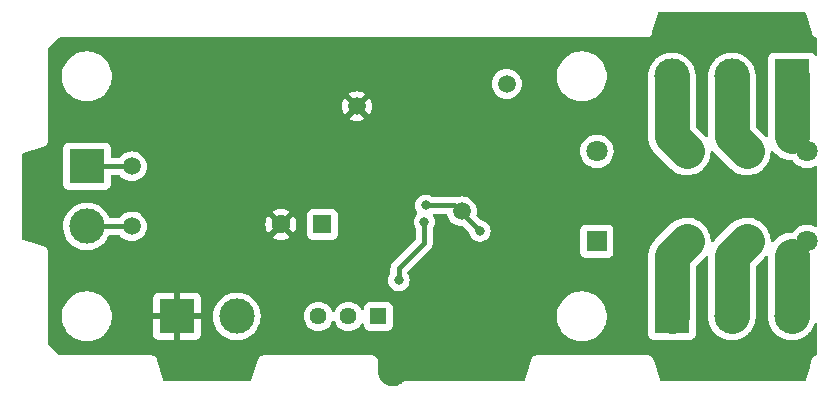
<source format=gbl>
G04 #@! TF.GenerationSoftware,KiCad,Pcbnew,6.0.9-8da3e8f707~116~ubuntu20.04.1*
G04 #@! TF.CreationDate,2023-03-26T17:34:05+00:00*
G04 #@! TF.ProjectId,LEC011102,4c454330-3131-4313-9032-2e6b69636164,rev?*
G04 #@! TF.SameCoordinates,Original*
G04 #@! TF.FileFunction,Copper,L2,Bot*
G04 #@! TF.FilePolarity,Positive*
%FSLAX46Y46*%
G04 Gerber Fmt 4.6, Leading zero omitted, Abs format (unit mm)*
G04 Created by KiCad (PCBNEW 6.0.9-8da3e8f707~116~ubuntu20.04.1) date 2023-03-26 17:34:05*
%MOMM*%
%LPD*%
G01*
G04 APERTURE LIST*
G04 #@! TA.AperFunction,ComponentPad*
%ADD10R,3.000000X3.000000*%
G04 #@! TD*
G04 #@! TA.AperFunction,ComponentPad*
%ADD11C,3.000000*%
G04 #@! TD*
G04 #@! TA.AperFunction,ComponentPad*
%ADD12C,1.800000*%
G04 #@! TD*
G04 #@! TA.AperFunction,ComponentPad*
%ADD13R,1.800000X1.800000*%
G04 #@! TD*
G04 #@! TA.AperFunction,ComponentPad*
%ADD14R,1.600000X1.600000*%
G04 #@! TD*
G04 #@! TA.AperFunction,ComponentPad*
%ADD15C,1.600000*%
G04 #@! TD*
G04 #@! TA.AperFunction,ComponentPad*
%ADD16R,1.440000X1.440000*%
G04 #@! TD*
G04 #@! TA.AperFunction,ComponentPad*
%ADD17C,1.440000*%
G04 #@! TD*
G04 #@! TA.AperFunction,SMDPad,CuDef*
%ADD18C,1.500000*%
G04 #@! TD*
G04 #@! TA.AperFunction,ViaPad*
%ADD19C,0.800000*%
G04 #@! TD*
G04 #@! TA.AperFunction,Conductor*
%ADD20C,0.400000*%
G04 #@! TD*
G04 #@! TA.AperFunction,Conductor*
%ADD21C,3.000000*%
G04 #@! TD*
G04 APERTURE END LIST*
D10*
G04 #@! TO.P,J1,1,Pin_1*
G04 #@! TO.N,GND*
X91440000Y-53340000D03*
D11*
G04 #@! TO.P,J1,2,Pin_2*
G04 #@! TO.N,Net-(J1-Pad2)*
X96520000Y-53340000D03*
G04 #@! TD*
D10*
G04 #@! TO.P,J2,1,Pin_1*
G04 #@! TO.N,Net-(D1-Pad3)*
X83820000Y-40640000D03*
D11*
G04 #@! TO.P,J2,2,Pin_2*
G04 #@! TO.N,Net-(D1-Pad4)*
X83820000Y-45720000D03*
G04 #@! TD*
D10*
G04 #@! TO.P,J3,1,Pin_1*
G04 #@! TO.N,/T1*
X143510000Y-33020000D03*
D11*
G04 #@! TO.P,J3,2,Pin_2*
G04 #@! TO.N,/R1*
X138430000Y-33020000D03*
G04 #@! TO.P,J3,3,Pin_3*
G04 #@! TO.N,/C1*
X133350000Y-33020000D03*
G04 #@! TD*
D10*
G04 #@! TO.P,J4,1,Pin_1*
G04 #@! TO.N,/C2*
X133350000Y-53340000D03*
D11*
G04 #@! TO.P,J4,2,Pin_2*
G04 #@! TO.N,/R2*
X138430000Y-53340000D03*
G04 #@! TO.P,J4,3,Pin_3*
G04 #@! TO.N,/T2*
X143510000Y-53340000D03*
G04 #@! TD*
D12*
G04 #@! TO.P,K1,1*
G04 #@! TO.N,+5V*
X127000000Y-39370000D03*
G04 #@! TO.P,K1,4*
G04 #@! TO.N,/C1*
X134620000Y-39370000D03*
G04 #@! TO.P,K1,6*
G04 #@! TO.N,/R1*
X139700000Y-39370000D03*
G04 #@! TO.P,K1,8*
G04 #@! TO.N,/T1*
X144780000Y-39370000D03*
G04 #@! TO.P,K1,9*
G04 #@! TO.N,/T2*
X144780000Y-46990000D03*
G04 #@! TO.P,K1,11*
G04 #@! TO.N,/R2*
X139700000Y-46990000D03*
G04 #@! TO.P,K1,13*
G04 #@! TO.N,/C2*
X134620000Y-46990000D03*
D13*
G04 #@! TO.P,K1,16*
G04 #@! TO.N,Net-(D3-Pad2)*
X127000000Y-46990000D03*
G04 #@! TD*
D14*
G04 #@! TO.P,C3,1*
G04 #@! TO.N,Net-(C3-Pad1)*
X103752651Y-45550000D03*
D15*
G04 #@! TO.P,C3,2*
G04 #@! TO.N,GND*
X100252651Y-45550000D03*
G04 #@! TD*
D16*
G04 #@! TO.P,RV1,1,1*
G04 #@! TO.N,Net-(R2-Pad2)*
X108500000Y-53340000D03*
D17*
G04 #@! TO.P,RV1,2,2*
G04 #@! TO.N,Net-(C3-Pad1)*
X105960000Y-53340000D03*
G04 #@! TO.P,RV1,3,3*
X103420000Y-53340000D03*
G04 #@! TD*
D18*
G04 #@! TO.P,TP1,1,1*
G04 #@! TO.N,Net-(D1-Pad3)*
X87630000Y-40640000D03*
G04 #@! TD*
G04 #@! TO.P,TP2,1,1*
G04 #@! TO.N,Net-(D1-Pad4)*
X87630000Y-45720000D03*
G04 #@! TD*
G04 #@! TO.P,TP3,1,1*
G04 #@! TO.N,Net-(R3-Pad2)*
X115570000Y-44450000D03*
G04 #@! TD*
G04 #@! TO.P,TP4,1,1*
G04 #@! TO.N,+5V*
X119380000Y-33655000D03*
G04 #@! TD*
G04 #@! TO.P,TP5,1,1*
G04 #@! TO.N,GND*
X106680000Y-35560000D03*
G04 #@! TD*
G04 #@! TO.P,TP6,1,1*
G04 #@! TO.N,/R1*
X138430000Y-36195000D03*
G04 #@! TD*
G04 #@! TO.P,TP7,1,1*
G04 #@! TO.N,/C1*
X133350000Y-36195000D03*
G04 #@! TD*
G04 #@! TO.P,TP8,1,1*
G04 #@! TO.N,/T1*
X143510000Y-36195000D03*
G04 #@! TD*
G04 #@! TO.P,TP9,1,1*
G04 #@! TO.N,/R2*
X138430000Y-50165000D03*
G04 #@! TD*
G04 #@! TO.P,TP10,1,1*
G04 #@! TO.N,/C2*
X133350000Y-50165000D03*
G04 #@! TD*
G04 #@! TO.P,TP11,1,1*
G04 #@! TO.N,/T2*
X143510000Y-50165000D03*
G04 #@! TD*
D19*
G04 #@! TO.N,GND*
X93980000Y-30480000D03*
X93980000Y-53340000D03*
X99060000Y-30480000D03*
X101600000Y-30480000D03*
X101600000Y-35560000D03*
X101600000Y-33020000D03*
X96520000Y-38100000D03*
X116840000Y-38100000D03*
X104140000Y-33020000D03*
X106680000Y-30480000D03*
X99060000Y-48260000D03*
X104140000Y-30480000D03*
X88900000Y-30480000D03*
X101600000Y-43180000D03*
X96520000Y-48260000D03*
X119380000Y-30480000D03*
X93980000Y-45720000D03*
X113030000Y-40640000D03*
X119380000Y-48260000D03*
X101600000Y-48260000D03*
X114300000Y-49530000D03*
X114300000Y-30480000D03*
X104140000Y-43180000D03*
X116840000Y-48260000D03*
X114300000Y-38100000D03*
X96520000Y-50800000D03*
X109220000Y-30480000D03*
X96520000Y-40640000D03*
X91440000Y-43180000D03*
X93980000Y-43180000D03*
X104140000Y-35560000D03*
X96520000Y-43180000D03*
G04 #@! TO.N,+5V*
X119380000Y-33655000D03*
G04 #@! TO.N,Net-(J1-Pad2)*
X110236000Y-50292000D03*
X112395000Y-45339000D03*
G04 #@! TO.N,Net-(R3-Pad2)*
X112522000Y-43942000D03*
X117094000Y-46101000D03*
G04 #@! TD*
D20*
G04 #@! TO.N,Net-(D1-Pad4)*
X87630000Y-45720000D02*
X83820000Y-45720000D01*
G04 #@! TO.N,Net-(D1-Pad3)*
X87630000Y-40640000D02*
X83820000Y-40640000D01*
G04 #@! TO.N,Net-(J1-Pad2)*
X110236000Y-50292000D02*
X110236000Y-49276000D01*
X112395000Y-47117000D02*
X112395000Y-45339000D01*
X110236000Y-49276000D02*
X112395000Y-47117000D01*
D21*
G04 #@! TO.N,/C1*
X133350000Y-33020000D02*
X133350000Y-38100000D01*
X133350000Y-38100000D02*
X134620000Y-39370000D01*
G04 #@! TO.N,/R1*
X138430000Y-38100000D02*
X139700000Y-39370000D01*
X138430000Y-33020000D02*
X138430000Y-38100000D01*
G04 #@! TO.N,/T1*
X143510000Y-33020000D02*
X143510000Y-38100000D01*
G04 #@! TO.N,/T2*
X143510000Y-53340000D02*
X143510000Y-48260000D01*
G04 #@! TO.N,/R2*
X138430000Y-48260000D02*
X139700000Y-46990000D01*
X138430000Y-53340000D02*
X138430000Y-48260000D01*
G04 #@! TO.N,/C2*
X133350000Y-53340000D02*
X133350000Y-48260000D01*
X133350000Y-48260000D02*
X134620000Y-46990000D01*
D20*
G04 #@! TO.N,Net-(R3-Pad2)*
X114935000Y-43942000D02*
X117094000Y-46101000D01*
X112522000Y-43942000D02*
X114935000Y-43942000D01*
G04 #@! TD*
G04 #@! TA.AperFunction,Conductor*
G04 #@! TO.N,GND*
G36*
X144627738Y-27579002D02*
G01*
X144674231Y-27632658D01*
X144680497Y-27649447D01*
X145179471Y-29345959D01*
X145179740Y-29346887D01*
X145192436Y-29391309D01*
X145200512Y-29419565D01*
X145216540Y-29444969D01*
X145224593Y-29459867D01*
X145237066Y-29487186D01*
X145242936Y-29493977D01*
X145253511Y-29506211D01*
X145264745Y-29521369D01*
X145278160Y-29542631D01*
X145284889Y-29548574D01*
X145284890Y-29548575D01*
X145300671Y-29562512D01*
X145312578Y-29574546D01*
X145332224Y-29597274D01*
X145339764Y-29602145D01*
X145339768Y-29602148D01*
X145353347Y-29610919D01*
X145368387Y-29622316D01*
X145387228Y-29638956D01*
X145414400Y-29651713D01*
X145429220Y-29659930D01*
X145446910Y-29671357D01*
X145446914Y-29671359D01*
X145454455Y-29676230D01*
X145471402Y-29681269D01*
X145478555Y-29683396D01*
X145496191Y-29690115D01*
X145510821Y-29696984D01*
X145510825Y-29696985D01*
X145518948Y-29700799D01*
X145527818Y-29702180D01*
X145548615Y-29705418D01*
X145565141Y-29709144D01*
X145578910Y-29713238D01*
X145638505Y-29751825D01*
X145667778Y-29816506D01*
X145669000Y-29834012D01*
X145669000Y-31173124D01*
X145648998Y-31241245D01*
X145595342Y-31287738D01*
X145525068Y-31297842D01*
X145460488Y-31268348D01*
X145442174Y-31248689D01*
X145378643Y-31163920D01*
X145378642Y-31163919D01*
X145373261Y-31156739D01*
X145256705Y-31069385D01*
X145120316Y-31018255D01*
X145058134Y-31011500D01*
X143621867Y-31011500D01*
X143608697Y-31010810D01*
X143584636Y-31008281D01*
X143584633Y-31008281D01*
X143580267Y-31007822D01*
X143575879Y-31007975D01*
X143575873Y-31007975D01*
X143477146Y-31011423D01*
X143472749Y-31011500D01*
X141961866Y-31011500D01*
X141899684Y-31018255D01*
X141763295Y-31069385D01*
X141646739Y-31156739D01*
X141559385Y-31273295D01*
X141508255Y-31409684D01*
X141501500Y-31471866D01*
X141501500Y-38046692D01*
X141481498Y-38114813D01*
X141427842Y-38161306D01*
X141357568Y-38171410D01*
X141292988Y-38141916D01*
X141274872Y-38122521D01*
X141256243Y-38097800D01*
X141219536Y-38049088D01*
X140475405Y-37304957D01*
X140441379Y-37242645D01*
X140438500Y-37215862D01*
X140438500Y-33115403D01*
X140438999Y-33104202D01*
X140442531Y-33064627D01*
X140442531Y-33064625D01*
X140442751Y-33062161D01*
X140443193Y-33020000D01*
X140438577Y-32952285D01*
X140438500Y-32950796D01*
X140438500Y-32949854D01*
X140434953Y-32899129D01*
X140424567Y-32746778D01*
X140424283Y-32745405D01*
X140424262Y-32745202D01*
X140424119Y-32744181D01*
X140423811Y-32739788D01*
X140422897Y-32735489D01*
X140422895Y-32735473D01*
X140396966Y-32613490D01*
X140396830Y-32612844D01*
X140395360Y-32605743D01*
X140369032Y-32478612D01*
X140367747Y-32474983D01*
X140366576Y-32470214D01*
X140366325Y-32469337D01*
X140365409Y-32465030D01*
X140340598Y-32396860D01*
X140321776Y-32345148D01*
X140321404Y-32344114D01*
X140279046Y-32224500D01*
X140279045Y-32224499D01*
X140277617Y-32220465D01*
X140275654Y-32216662D01*
X140273945Y-32212713D01*
X140274121Y-32212637D01*
X140272481Y-32208894D01*
X140270848Y-32205225D01*
X140269337Y-32201074D01*
X140210695Y-32090785D01*
X140209980Y-32089421D01*
X140153976Y-31980915D01*
X140153975Y-31980914D01*
X140152013Y-31977112D01*
X140149283Y-31973228D01*
X140141113Y-31959921D01*
X140139531Y-31956945D01*
X140139530Y-31956943D01*
X140137464Y-31953058D01*
X140101487Y-31903539D01*
X140065892Y-31854547D01*
X140064741Y-31852937D01*
X140053224Y-31836550D01*
X139994545Y-31753057D01*
X139988757Y-31746828D01*
X139979130Y-31735128D01*
X139974949Y-31729374D01*
X139974948Y-31729373D01*
X139972358Y-31725808D01*
X139969300Y-31722641D01*
X139890106Y-31640633D01*
X139888443Y-31638877D01*
X139811046Y-31555588D01*
X139811043Y-31555585D01*
X139808125Y-31552445D01*
X139798645Y-31544685D01*
X139787825Y-31534717D01*
X139780300Y-31526925D01*
X139780293Y-31526918D01*
X139777231Y-31523748D01*
X139715199Y-31475283D01*
X139686725Y-31453037D01*
X139684492Y-31451252D01*
X139623316Y-31401180D01*
X139596205Y-31378990D01*
X139592545Y-31376747D01*
X139592542Y-31376745D01*
X139582558Y-31370626D01*
X139570832Y-31362492D01*
X139555882Y-31350812D01*
X139459473Y-31295150D01*
X139456639Y-31293464D01*
X139447295Y-31287738D01*
X139362704Y-31235901D01*
X139344630Y-31227967D01*
X139332276Y-31221713D01*
X139316439Y-31212569D01*
X139316434Y-31212566D01*
X139312619Y-31210364D01*
X139308535Y-31208714D01*
X139308529Y-31208711D01*
X139220447Y-31173124D01*
X139212722Y-31170003D01*
X139209288Y-31168556D01*
X139182369Y-31156739D01*
X139111945Y-31125825D01*
X139107824Y-31124651D01*
X139107821Y-31124650D01*
X139089359Y-31119391D01*
X139076680Y-31115038D01*
X139052176Y-31105138D01*
X139047903Y-31104073D01*
X139047898Y-31104071D01*
X138951141Y-31079947D01*
X138947104Y-31078869D01*
X138852694Y-31051976D01*
X138852696Y-31051976D01*
X138848566Y-31050800D01*
X138821611Y-31046964D01*
X138808882Y-31044478D01*
X138779624Y-31037183D01*
X138755428Y-31034640D01*
X138679692Y-31026680D01*
X138675108Y-31026113D01*
X138581694Y-31012818D01*
X138577443Y-31012213D01*
X138546465Y-31012051D01*
X138533962Y-31011363D01*
X138510581Y-31008906D01*
X138504635Y-31008281D01*
X138504634Y-31008281D01*
X138500267Y-31007822D01*
X138495880Y-31007975D01*
X138495873Y-31007975D01*
X138436458Y-31010051D01*
X138403482Y-31011202D01*
X138398450Y-31011277D01*
X138303591Y-31010780D01*
X138299333Y-31011341D01*
X138299327Y-31011341D01*
X138269165Y-31015312D01*
X138257116Y-31016313D01*
X138223940Y-31017471D01*
X138223933Y-31017472D01*
X138219542Y-31017625D01*
X138127779Y-31033805D01*
X138122351Y-31034640D01*
X138032078Y-31046525D01*
X137994965Y-31056678D01*
X137983611Y-31059226D01*
X137968435Y-31061902D01*
X137947250Y-31065637D01*
X137947246Y-31065638D01*
X137942913Y-31066402D01*
X137857766Y-31094068D01*
X137852152Y-31095747D01*
X137767928Y-31118788D01*
X137763977Y-31120473D01*
X137763975Y-31120474D01*
X137729104Y-31135348D01*
X137718611Y-31139282D01*
X137675765Y-31153203D01*
X137598610Y-31190834D01*
X137592854Y-31193463D01*
X137516030Y-31226232D01*
X137476585Y-31249839D01*
X137467129Y-31254962D01*
X137439684Y-31268348D01*
X137423298Y-31276340D01*
X137419649Y-31278801D01*
X137419646Y-31278803D01*
X137355218Y-31322259D01*
X137349468Y-31325916D01*
X137281043Y-31366868D01*
X137277698Y-31369548D01*
X137277695Y-31369550D01*
X137265912Y-31378990D01*
X137250202Y-31391577D01*
X137242252Y-31397946D01*
X137233939Y-31404064D01*
X137190424Y-31433415D01*
X137187155Y-31436358D01*
X137187153Y-31436360D01*
X137132131Y-31485902D01*
X137126605Y-31490596D01*
X137067318Y-31538094D01*
X137064361Y-31541211D01*
X137064360Y-31541211D01*
X137030522Y-31576869D01*
X137023435Y-31583772D01*
X136984947Y-31618427D01*
X136984943Y-31618431D01*
X136981678Y-31621371D01*
X136978857Y-31624733D01*
X136978854Y-31624736D01*
X136933643Y-31678616D01*
X136928520Y-31684356D01*
X136878808Y-31736742D01*
X136845414Y-31783215D01*
X136839646Y-31790639D01*
X136801121Y-31836550D01*
X136798792Y-31840278D01*
X136798790Y-31840280D01*
X136763483Y-31896783D01*
X136758952Y-31903539D01*
X136719002Y-31959136D01*
X136716999Y-31962918D01*
X136716994Y-31962927D01*
X136690477Y-32013009D01*
X136685978Y-32020818D01*
X136652269Y-32074764D01*
X136645450Y-32090080D01*
X136624886Y-32136269D01*
X136621136Y-32143975D01*
X136590857Y-32201161D01*
X136589383Y-32205188D01*
X136589382Y-32205191D01*
X136568622Y-32261920D01*
X136565406Y-32269861D01*
X136538018Y-32331375D01*
X136520586Y-32392172D01*
X136520484Y-32392526D01*
X136517695Y-32401083D01*
X136496743Y-32458337D01*
X136495831Y-32462521D01*
X136495829Y-32462527D01*
X136482157Y-32525235D01*
X136480169Y-32533119D01*
X136460593Y-32601390D01*
X136459982Y-32605740D01*
X136459981Y-32605743D01*
X136452256Y-32660711D01*
X136450590Y-32670016D01*
X136438404Y-32725907D01*
X136436444Y-32750818D01*
X136432738Y-32797904D01*
X136431900Y-32805554D01*
X136421500Y-32879552D01*
X136421500Y-32935731D01*
X136421112Y-32945617D01*
X136416917Y-32998918D01*
X136417164Y-33003198D01*
X136421291Y-33074773D01*
X136421500Y-33082026D01*
X136421500Y-38044105D01*
X136421328Y-38050687D01*
X136421227Y-38052607D01*
X136421200Y-38053130D01*
X136397654Y-38120108D01*
X136341634Y-38163724D01*
X136270927Y-38170130D01*
X136207982Y-38137291D01*
X136194745Y-38122353D01*
X136142188Y-38052607D01*
X136142186Y-38052605D01*
X136139536Y-38049088D01*
X135395405Y-37304957D01*
X135361379Y-37242645D01*
X135358500Y-37215862D01*
X135358500Y-33115403D01*
X135358999Y-33104202D01*
X135362531Y-33064627D01*
X135362531Y-33064625D01*
X135362751Y-33062161D01*
X135363193Y-33020000D01*
X135358577Y-32952285D01*
X135358500Y-32950796D01*
X135358500Y-32949854D01*
X135354953Y-32899129D01*
X135344567Y-32746778D01*
X135344283Y-32745405D01*
X135344262Y-32745202D01*
X135344119Y-32744181D01*
X135343811Y-32739788D01*
X135342897Y-32735489D01*
X135342895Y-32735473D01*
X135316966Y-32613490D01*
X135316830Y-32612844D01*
X135315360Y-32605743D01*
X135289032Y-32478612D01*
X135287747Y-32474983D01*
X135286576Y-32470214D01*
X135286325Y-32469337D01*
X135285409Y-32465030D01*
X135260598Y-32396860D01*
X135241776Y-32345148D01*
X135241404Y-32344114D01*
X135199046Y-32224500D01*
X135199045Y-32224499D01*
X135197617Y-32220465D01*
X135195654Y-32216662D01*
X135193945Y-32212713D01*
X135194121Y-32212637D01*
X135192481Y-32208894D01*
X135190848Y-32205225D01*
X135189337Y-32201074D01*
X135130695Y-32090785D01*
X135129980Y-32089421D01*
X135073976Y-31980915D01*
X135073975Y-31980914D01*
X135072013Y-31977112D01*
X135069283Y-31973228D01*
X135061113Y-31959921D01*
X135059531Y-31956945D01*
X135059530Y-31956943D01*
X135057464Y-31953058D01*
X135021487Y-31903539D01*
X134985892Y-31854547D01*
X134984741Y-31852937D01*
X134973224Y-31836550D01*
X134914545Y-31753057D01*
X134908757Y-31746828D01*
X134899130Y-31735128D01*
X134894949Y-31729374D01*
X134894948Y-31729373D01*
X134892358Y-31725808D01*
X134889300Y-31722641D01*
X134810106Y-31640633D01*
X134808443Y-31638877D01*
X134731046Y-31555588D01*
X134731043Y-31555585D01*
X134728125Y-31552445D01*
X134718645Y-31544685D01*
X134707825Y-31534717D01*
X134700300Y-31526925D01*
X134700293Y-31526918D01*
X134697231Y-31523748D01*
X134635199Y-31475283D01*
X134606725Y-31453037D01*
X134604492Y-31451252D01*
X134543316Y-31401180D01*
X134516205Y-31378990D01*
X134512545Y-31376747D01*
X134512542Y-31376745D01*
X134502558Y-31370626D01*
X134490832Y-31362492D01*
X134475882Y-31350812D01*
X134379473Y-31295150D01*
X134376639Y-31293464D01*
X134367295Y-31287738D01*
X134282704Y-31235901D01*
X134264630Y-31227967D01*
X134252276Y-31221713D01*
X134236439Y-31212569D01*
X134236434Y-31212566D01*
X134232619Y-31210364D01*
X134228535Y-31208714D01*
X134228529Y-31208711D01*
X134140447Y-31173124D01*
X134132722Y-31170003D01*
X134129288Y-31168556D01*
X134102369Y-31156739D01*
X134031945Y-31125825D01*
X134027824Y-31124651D01*
X134027821Y-31124650D01*
X134009359Y-31119391D01*
X133996680Y-31115038D01*
X133972176Y-31105138D01*
X133967903Y-31104073D01*
X133967898Y-31104071D01*
X133871141Y-31079947D01*
X133867104Y-31078869D01*
X133772694Y-31051976D01*
X133772696Y-31051976D01*
X133768566Y-31050800D01*
X133741611Y-31046964D01*
X133728882Y-31044478D01*
X133699624Y-31037183D01*
X133675428Y-31034640D01*
X133599692Y-31026680D01*
X133595108Y-31026113D01*
X133501694Y-31012818D01*
X133497443Y-31012213D01*
X133466465Y-31012051D01*
X133453962Y-31011363D01*
X133430581Y-31008906D01*
X133424635Y-31008281D01*
X133424634Y-31008281D01*
X133420267Y-31007822D01*
X133415880Y-31007975D01*
X133415873Y-31007975D01*
X133356458Y-31010051D01*
X133323482Y-31011202D01*
X133318450Y-31011277D01*
X133223591Y-31010780D01*
X133219333Y-31011341D01*
X133219327Y-31011341D01*
X133189165Y-31015312D01*
X133177116Y-31016313D01*
X133143940Y-31017471D01*
X133143933Y-31017472D01*
X133139542Y-31017625D01*
X133047779Y-31033805D01*
X133042351Y-31034640D01*
X132952078Y-31046525D01*
X132914965Y-31056678D01*
X132903611Y-31059226D01*
X132888435Y-31061902D01*
X132867250Y-31065637D01*
X132867246Y-31065638D01*
X132862913Y-31066402D01*
X132777766Y-31094068D01*
X132772152Y-31095747D01*
X132687928Y-31118788D01*
X132683977Y-31120473D01*
X132683975Y-31120474D01*
X132649104Y-31135348D01*
X132638611Y-31139282D01*
X132595765Y-31153203D01*
X132518610Y-31190834D01*
X132512854Y-31193463D01*
X132436030Y-31226232D01*
X132396585Y-31249839D01*
X132387129Y-31254962D01*
X132359684Y-31268348D01*
X132343298Y-31276340D01*
X132339649Y-31278801D01*
X132339646Y-31278803D01*
X132275218Y-31322259D01*
X132269468Y-31325916D01*
X132201043Y-31366868D01*
X132197698Y-31369548D01*
X132197695Y-31369550D01*
X132185912Y-31378990D01*
X132170202Y-31391577D01*
X132162252Y-31397946D01*
X132153939Y-31404064D01*
X132110424Y-31433415D01*
X132107155Y-31436358D01*
X132107153Y-31436360D01*
X132052131Y-31485902D01*
X132046605Y-31490596D01*
X131987318Y-31538094D01*
X131984361Y-31541211D01*
X131984360Y-31541211D01*
X131950522Y-31576869D01*
X131943435Y-31583772D01*
X131904947Y-31618427D01*
X131904943Y-31618431D01*
X131901678Y-31621371D01*
X131898857Y-31624733D01*
X131898854Y-31624736D01*
X131853643Y-31678616D01*
X131848520Y-31684356D01*
X131798808Y-31736742D01*
X131765414Y-31783215D01*
X131759646Y-31790639D01*
X131721121Y-31836550D01*
X131718792Y-31840278D01*
X131718790Y-31840280D01*
X131683483Y-31896783D01*
X131678952Y-31903539D01*
X131639002Y-31959136D01*
X131636999Y-31962918D01*
X131636994Y-31962927D01*
X131610477Y-32013009D01*
X131605978Y-32020818D01*
X131572269Y-32074764D01*
X131565450Y-32090080D01*
X131544886Y-32136269D01*
X131541136Y-32143975D01*
X131510857Y-32201161D01*
X131509383Y-32205188D01*
X131509382Y-32205191D01*
X131488622Y-32261920D01*
X131485406Y-32269861D01*
X131458018Y-32331375D01*
X131440586Y-32392172D01*
X131440484Y-32392526D01*
X131437695Y-32401083D01*
X131416743Y-32458337D01*
X131415831Y-32462521D01*
X131415829Y-32462527D01*
X131402157Y-32525235D01*
X131400169Y-32533119D01*
X131380593Y-32601390D01*
X131379982Y-32605740D01*
X131379981Y-32605743D01*
X131372256Y-32660711D01*
X131370590Y-32670016D01*
X131358404Y-32725907D01*
X131356444Y-32750818D01*
X131352738Y-32797904D01*
X131351900Y-32805554D01*
X131341500Y-32879552D01*
X131341500Y-32935731D01*
X131341112Y-32945617D01*
X131336917Y-32998918D01*
X131337164Y-33003198D01*
X131341291Y-33074773D01*
X131341500Y-33082026D01*
X131341500Y-38044105D01*
X131341327Y-38050699D01*
X131337690Y-38120108D01*
X131336902Y-38135138D01*
X131337285Y-38139515D01*
X131337285Y-38139519D01*
X131347521Y-38256514D01*
X131347693Y-38258707D01*
X131353123Y-38336358D01*
X131356189Y-38380212D01*
X131357102Y-38384507D01*
X131358246Y-38389887D01*
X131360519Y-38405100D01*
X131360998Y-38410575D01*
X131361000Y-38410588D01*
X131361383Y-38414966D01*
X131362371Y-38419245D01*
X131362372Y-38419252D01*
X131388793Y-38533695D01*
X131389268Y-38535840D01*
X131413006Y-38647512D01*
X131414591Y-38654970D01*
X131416095Y-38659102D01*
X131417978Y-38664275D01*
X131422345Y-38679019D01*
X131424572Y-38688663D01*
X131426150Y-38692775D01*
X131426151Y-38692777D01*
X131429742Y-38702131D01*
X131462975Y-38788706D01*
X131468220Y-38802371D01*
X131468990Y-38804431D01*
X131509154Y-38914782D01*
X131509158Y-38914791D01*
X131510663Y-38918926D01*
X131512730Y-38922813D01*
X131515308Y-38927662D01*
X131521683Y-38941652D01*
X131523654Y-38946786D01*
X131523659Y-38946798D01*
X131525235Y-38950902D01*
X131584336Y-39057521D01*
X131585348Y-39059388D01*
X131640470Y-39163058D01*
X131640476Y-39163067D01*
X131642536Y-39166942D01*
X131645121Y-39170499D01*
X131645124Y-39170505D01*
X131648355Y-39174953D01*
X131656620Y-39187926D01*
X131661417Y-39196579D01*
X131664066Y-39200094D01*
X131734701Y-39293831D01*
X131736009Y-39295598D01*
X131787629Y-39366646D01*
X131807642Y-39394192D01*
X131813398Y-39400153D01*
X131814525Y-39401320D01*
X131824510Y-39413012D01*
X131827812Y-39417393D01*
X131830464Y-39420912D01*
X131916540Y-39506988D01*
X131918082Y-39508556D01*
X132002769Y-39596252D01*
X132010530Y-39602315D01*
X132010578Y-39602353D01*
X132022100Y-39612548D01*
X133249377Y-40839825D01*
X133308000Y-40890785D01*
X133404980Y-40975090D01*
X133404987Y-40975095D01*
X133408302Y-40977977D01*
X133411993Y-40980374D01*
X133640195Y-41128570D01*
X133640199Y-41128572D01*
X133643882Y-41130964D01*
X133647863Y-41132821D01*
X133647866Y-41132822D01*
X133718322Y-41165676D01*
X133898460Y-41249676D01*
X133902660Y-41250960D01*
X133902665Y-41250962D01*
X134032771Y-41290738D01*
X134167082Y-41331801D01*
X134444520Y-41375744D01*
X134448920Y-41375821D01*
X134448922Y-41375821D01*
X134538428Y-41377383D01*
X134725374Y-41380646D01*
X134729730Y-41380111D01*
X134729733Y-41380111D01*
X134999812Y-41346949D01*
X134999816Y-41346948D01*
X135004175Y-41346413D01*
X135175299Y-41300561D01*
X135271261Y-41274848D01*
X135271263Y-41274847D01*
X135275500Y-41273712D01*
X135534067Y-41163957D01*
X135537834Y-41161694D01*
X135537841Y-41161690D01*
X135695822Y-41066765D01*
X135774842Y-41019285D01*
X135778258Y-41016519D01*
X135778262Y-41016516D01*
X135989715Y-40845283D01*
X135989716Y-40845282D01*
X135993138Y-40842511D01*
X135997091Y-40838273D01*
X136176878Y-40645475D01*
X136184709Y-40637077D01*
X136345825Y-40406980D01*
X136473349Y-40156700D01*
X136564799Y-39891108D01*
X136589024Y-39766481D01*
X136617558Y-39619691D01*
X136617559Y-39619684D01*
X136618397Y-39615372D01*
X136626913Y-39452880D01*
X136628702Y-39418746D01*
X136652242Y-39351766D01*
X136708257Y-39308145D01*
X136778964Y-39301733D01*
X136841912Y-39334566D01*
X136856461Y-39351275D01*
X136887642Y-39394192D01*
X136893398Y-39400153D01*
X136894525Y-39401320D01*
X136904510Y-39413012D01*
X136907812Y-39417393D01*
X136910464Y-39420912D01*
X136996540Y-39506988D01*
X136998082Y-39508556D01*
X137082769Y-39596252D01*
X137090530Y-39602315D01*
X137090578Y-39602353D01*
X137102100Y-39612548D01*
X138329377Y-40839825D01*
X138388000Y-40890785D01*
X138484980Y-40975090D01*
X138484987Y-40975095D01*
X138488302Y-40977977D01*
X138491993Y-40980374D01*
X138720195Y-41128570D01*
X138720199Y-41128572D01*
X138723882Y-41130964D01*
X138727863Y-41132821D01*
X138727866Y-41132822D01*
X138798322Y-41165676D01*
X138978460Y-41249676D01*
X138982660Y-41250960D01*
X138982665Y-41250962D01*
X139112771Y-41290738D01*
X139247082Y-41331801D01*
X139524520Y-41375744D01*
X139528920Y-41375821D01*
X139528922Y-41375821D01*
X139618428Y-41377383D01*
X139805374Y-41380646D01*
X139809730Y-41380111D01*
X139809733Y-41380111D01*
X140079812Y-41346949D01*
X140079816Y-41346948D01*
X140084175Y-41346413D01*
X140255299Y-41300561D01*
X140351261Y-41274848D01*
X140351263Y-41274847D01*
X140355500Y-41273712D01*
X140614067Y-41163957D01*
X140617834Y-41161694D01*
X140617841Y-41161690D01*
X140775822Y-41066765D01*
X140854842Y-41019285D01*
X140858258Y-41016519D01*
X140858262Y-41016516D01*
X141069715Y-40845283D01*
X141069716Y-40845282D01*
X141073138Y-40842511D01*
X141077091Y-40838273D01*
X141256878Y-40645475D01*
X141264709Y-40637077D01*
X141425825Y-40406980D01*
X141553349Y-40156700D01*
X141644799Y-39891108D01*
X141669024Y-39766481D01*
X141697558Y-39619691D01*
X141697559Y-39619684D01*
X141698397Y-39615372D01*
X141706913Y-39452880D01*
X141708702Y-39418746D01*
X141732242Y-39351766D01*
X141788257Y-39308145D01*
X141858964Y-39301733D01*
X141921912Y-39334566D01*
X141936463Y-39351277D01*
X141967642Y-39394192D01*
X141970694Y-39397352D01*
X141970700Y-39397359D01*
X142040369Y-39469503D01*
X142162769Y-39596252D01*
X142384118Y-39769188D01*
X142387922Y-39771384D01*
X142387929Y-39771389D01*
X142537671Y-39857842D01*
X142627381Y-39909636D01*
X142887824Y-40014862D01*
X142892097Y-40015927D01*
X142892099Y-40015928D01*
X143156107Y-40081753D01*
X143156112Y-40081754D01*
X143160376Y-40082817D01*
X143164744Y-40083276D01*
X143164749Y-40083277D01*
X143435364Y-40111719D01*
X143435367Y-40111719D01*
X143439733Y-40112178D01*
X143444120Y-40112025D01*
X143444126Y-40112025D01*
X143473998Y-40110981D01*
X143506360Y-40109851D01*
X143575135Y-40127463D01*
X143618189Y-40169941D01*
X143639501Y-40204719D01*
X143642876Y-40208615D01*
X143642881Y-40208622D01*
X143709913Y-40286005D01*
X143791147Y-40379784D01*
X143969349Y-40527730D01*
X144169322Y-40644584D01*
X144385694Y-40727209D01*
X144390760Y-40728240D01*
X144390761Y-40728240D01*
X144443846Y-40739040D01*
X144612656Y-40773385D01*
X144743324Y-40778176D01*
X144838949Y-40781683D01*
X144838953Y-40781683D01*
X144844113Y-40781872D01*
X144849233Y-40781216D01*
X144849235Y-40781216D01*
X144922270Y-40771860D01*
X145073847Y-40752442D01*
X145078795Y-40750957D01*
X145078802Y-40750956D01*
X145290747Y-40687369D01*
X145295690Y-40685886D01*
X145300323Y-40683616D01*
X145300334Y-40683612D01*
X145487568Y-40591887D01*
X145557542Y-40579880D01*
X145622899Y-40607610D01*
X145662889Y-40666273D01*
X145669000Y-40705038D01*
X145669000Y-45658329D01*
X145648998Y-45726450D01*
X145595342Y-45772943D01*
X145525068Y-45783047D01*
X145482107Y-45768638D01*
X145363884Y-45703376D01*
X145363883Y-45703375D01*
X145359355Y-45700876D01*
X145354486Y-45699152D01*
X145354482Y-45699150D01*
X145145903Y-45625288D01*
X145145899Y-45625287D01*
X145141028Y-45623562D01*
X145135935Y-45622655D01*
X145135932Y-45622654D01*
X144918095Y-45583851D01*
X144918089Y-45583850D01*
X144913006Y-45582945D01*
X144840096Y-45582054D01*
X144686581Y-45580179D01*
X144686579Y-45580179D01*
X144681411Y-45580116D01*
X144452464Y-45615150D01*
X144232314Y-45687106D01*
X144227726Y-45689494D01*
X144227722Y-45689496D01*
X144067422Y-45772943D01*
X144026872Y-45794052D01*
X144022739Y-45797155D01*
X144022736Y-45797157D01*
X143856432Y-45922022D01*
X143841655Y-45933117D01*
X143681639Y-46100564D01*
X143617152Y-46195099D01*
X143562243Y-46240099D01*
X143517463Y-46250015D01*
X143303939Y-46257471D01*
X143303933Y-46257472D01*
X143299542Y-46257625D01*
X143295219Y-46258387D01*
X143295212Y-46258388D01*
X143147891Y-46284365D01*
X143022913Y-46306402D01*
X142755765Y-46393203D01*
X142751812Y-46395131D01*
X142751807Y-46395133D01*
X142642386Y-46448502D01*
X142503298Y-46516340D01*
X142499659Y-46518795D01*
X142499653Y-46518798D01*
X142441454Y-46558054D01*
X142270424Y-46673415D01*
X142267153Y-46676360D01*
X142267152Y-46676361D01*
X142252655Y-46689414D01*
X142061678Y-46861371D01*
X142058859Y-46864731D01*
X142058848Y-46864742D01*
X141932315Y-47015538D01*
X141873206Y-47054865D01*
X141802218Y-47055991D01*
X141741891Y-47018560D01*
X141711377Y-46954455D01*
X141709813Y-46932348D01*
X141709851Y-46930193D01*
X141710646Y-46884626D01*
X141708101Y-46863895D01*
X141676949Y-46610188D01*
X141676948Y-46610184D01*
X141676413Y-46605825D01*
X141620763Y-46398134D01*
X141604848Y-46338739D01*
X141604847Y-46338737D01*
X141603712Y-46334500D01*
X141493957Y-46075933D01*
X141491694Y-46072166D01*
X141491690Y-46072159D01*
X141382011Y-45889623D01*
X141349285Y-45835158D01*
X141318513Y-45797157D01*
X141175283Y-45620285D01*
X141175282Y-45620284D01*
X141172511Y-45616862D01*
X141169292Y-45613860D01*
X141169288Y-45613856D01*
X141012675Y-45467812D01*
X140967077Y-45425291D01*
X140736980Y-45264175D01*
X140486700Y-45136651D01*
X140221108Y-45045201D01*
X140168720Y-45035018D01*
X139949691Y-44992442D01*
X139949684Y-44992441D01*
X139945372Y-44991603D01*
X139813753Y-44984705D01*
X139669259Y-44977132D01*
X139669253Y-44977132D01*
X139664862Y-44976902D01*
X139660485Y-44977285D01*
X139660481Y-44977285D01*
X139543510Y-44987519D01*
X139385034Y-45001383D01*
X139380755Y-45002371D01*
X139380748Y-45002372D01*
X139115619Y-45063583D01*
X139115614Y-45063585D01*
X139111337Y-45064572D01*
X138897870Y-45146513D01*
X138891205Y-45149072D01*
X138849098Y-45165235D01*
X138730755Y-45230834D01*
X138618182Y-45293235D01*
X138603421Y-45301417D01*
X138599914Y-45304060D01*
X138599912Y-45304061D01*
X138432551Y-45430177D01*
X138379088Y-45470464D01*
X137049317Y-46800235D01*
X137044533Y-46804776D01*
X136981678Y-46861371D01*
X136903376Y-46954687D01*
X136901965Y-46956339D01*
X136851188Y-47014753D01*
X136850926Y-47015054D01*
X136791139Y-47053343D01*
X136720143Y-47053231D01*
X136660477Y-47014753D01*
X136631086Y-46950126D01*
X136629851Y-46930193D01*
X136630515Y-46892118D01*
X136630646Y-46884626D01*
X136628101Y-46863895D01*
X136596949Y-46610188D01*
X136596948Y-46610184D01*
X136596413Y-46605825D01*
X136540763Y-46398134D01*
X136524848Y-46338739D01*
X136524847Y-46338737D01*
X136523712Y-46334500D01*
X136413957Y-46075933D01*
X136411694Y-46072166D01*
X136411690Y-46072159D01*
X136302011Y-45889623D01*
X136269285Y-45835158D01*
X136238513Y-45797157D01*
X136095283Y-45620285D01*
X136095282Y-45620284D01*
X136092511Y-45616862D01*
X136089292Y-45613860D01*
X136089288Y-45613856D01*
X135932675Y-45467812D01*
X135887077Y-45425291D01*
X135656980Y-45264175D01*
X135406700Y-45136651D01*
X135141108Y-45045201D01*
X135088720Y-45035018D01*
X134869691Y-44992442D01*
X134869684Y-44992441D01*
X134865372Y-44991603D01*
X134733753Y-44984705D01*
X134589259Y-44977132D01*
X134589253Y-44977132D01*
X134584862Y-44976902D01*
X134580485Y-44977285D01*
X134580481Y-44977285D01*
X134463510Y-44987519D01*
X134305034Y-45001383D01*
X134300755Y-45002371D01*
X134300748Y-45002372D01*
X134035619Y-45063583D01*
X134035614Y-45063585D01*
X134031337Y-45064572D01*
X133817870Y-45146513D01*
X133811205Y-45149072D01*
X133769098Y-45165235D01*
X133650755Y-45230834D01*
X133538182Y-45293235D01*
X133523421Y-45301417D01*
X133519914Y-45304060D01*
X133519912Y-45304061D01*
X133352551Y-45430177D01*
X133299088Y-45470464D01*
X131969317Y-46800235D01*
X131964533Y-46804776D01*
X131901678Y-46861371D01*
X131823376Y-46954687D01*
X131821965Y-46956339D01*
X131742023Y-47048303D01*
X131739629Y-47051989D01*
X131739624Y-47051996D01*
X131736632Y-47056603D01*
X131727488Y-47068961D01*
X131723953Y-47073174D01*
X131723948Y-47073181D01*
X131721121Y-47076550D01*
X131672580Y-47154233D01*
X131656580Y-47179838D01*
X131655399Y-47181693D01*
X131589036Y-47283882D01*
X131587173Y-47287876D01*
X131587173Y-47287877D01*
X131584850Y-47292857D01*
X131577518Y-47306363D01*
X131572269Y-47314764D01*
X131570483Y-47318776D01*
X131570479Y-47318783D01*
X131522729Y-47426032D01*
X131521817Y-47428033D01*
X131481263Y-47515002D01*
X131470324Y-47538460D01*
X131469039Y-47542662D01*
X131469039Y-47542663D01*
X131467430Y-47547927D01*
X131462042Y-47562337D01*
X131458018Y-47571375D01*
X131441770Y-47628041D01*
X131424435Y-47688495D01*
X131423817Y-47690583D01*
X131388199Y-47807083D01*
X131386650Y-47816865D01*
X131383320Y-47831879D01*
X131380593Y-47841390D01*
X131379981Y-47845743D01*
X131379980Y-47845749D01*
X131363646Y-47961978D01*
X131363321Y-47964154D01*
X131344256Y-48084520D01*
X131344179Y-48088916D01*
X131344179Y-48088920D01*
X131344083Y-48094430D01*
X131342876Y-48109760D01*
X131341500Y-48119552D01*
X131341500Y-48241312D01*
X131341481Y-48243510D01*
X131339354Y-48365374D01*
X131339889Y-48369730D01*
X131339889Y-48369733D01*
X131340561Y-48375204D01*
X131341500Y-48390560D01*
X131341500Y-54888134D01*
X131348255Y-54950316D01*
X131399385Y-55086705D01*
X131486739Y-55203261D01*
X131603295Y-55290615D01*
X131739684Y-55341745D01*
X131801866Y-55348500D01*
X133238133Y-55348500D01*
X133251303Y-55349190D01*
X133275364Y-55351719D01*
X133275367Y-55351719D01*
X133279733Y-55352178D01*
X133284121Y-55352025D01*
X133284127Y-55352025D01*
X133382854Y-55348577D01*
X133387251Y-55348500D01*
X134898134Y-55348500D01*
X134960316Y-55341745D01*
X135096705Y-55290615D01*
X135213261Y-55203261D01*
X135300615Y-55086705D01*
X135351745Y-54950316D01*
X135358500Y-54888134D01*
X135358500Y-49144138D01*
X135378502Y-49076017D01*
X135395405Y-49055043D01*
X136089825Y-48360623D01*
X136091253Y-48358981D01*
X136091271Y-48358961D01*
X136199075Y-48234946D01*
X136258861Y-48196657D01*
X136329858Y-48196769D01*
X136389523Y-48235248D01*
X136418914Y-48299875D01*
X136420149Y-48319807D01*
X136419354Y-48365374D01*
X136419889Y-48369730D01*
X136419889Y-48369733D01*
X136420561Y-48375204D01*
X136421500Y-48390560D01*
X136421500Y-53255731D01*
X136421112Y-53265617D01*
X136416917Y-53318918D01*
X136417164Y-53323198D01*
X136421291Y-53394773D01*
X136421500Y-53402026D01*
X136421500Y-53410146D01*
X136423267Y-53435403D01*
X136425310Y-53464621D01*
X136425403Y-53466088D01*
X136432682Y-53592320D01*
X136433509Y-53596533D01*
X136433509Y-53596535D01*
X136433596Y-53596979D01*
X136435646Y-53612444D01*
X136436189Y-53620212D01*
X136461518Y-53739372D01*
X136461895Y-53741220D01*
X136469387Y-53779406D01*
X136485405Y-53861053D01*
X136488161Y-53869102D01*
X136492196Y-53883705D01*
X136494591Y-53894970D01*
X136532285Y-53998530D01*
X136535077Y-54006202D01*
X136535871Y-54008449D01*
X136574112Y-54120144D01*
X136579616Y-54131088D01*
X136585447Y-54144596D01*
X136590663Y-54158926D01*
X136592727Y-54162808D01*
X136592732Y-54162819D01*
X136644591Y-54260352D01*
X136645905Y-54262891D01*
X136695233Y-54360969D01*
X136695238Y-54360977D01*
X136697160Y-54364799D01*
X136706224Y-54377986D01*
X136713627Y-54390187D01*
X136722536Y-54406942D01*
X136725122Y-54410501D01*
X136725123Y-54410503D01*
X136787978Y-54497016D01*
X136789869Y-54499691D01*
X136852274Y-54590490D01*
X136855161Y-54593663D01*
X136855162Y-54593664D01*
X136865554Y-54605084D01*
X136874300Y-54615828D01*
X136887642Y-54634192D01*
X136938098Y-54686441D01*
X136962502Y-54711712D01*
X136965059Y-54714440D01*
X137018777Y-54773475D01*
X137036582Y-54793043D01*
X137054594Y-54808103D01*
X137064406Y-54817237D01*
X137082769Y-54836252D01*
X137164846Y-54900377D01*
X137168059Y-54902974D01*
X137246675Y-54968707D01*
X137268569Y-54982441D01*
X137269742Y-54983177D01*
X137280344Y-54990614D01*
X137304118Y-55009188D01*
X137307933Y-55011390D01*
X137307938Y-55011394D01*
X137391137Y-55059428D01*
X137395094Y-55061810D01*
X137475030Y-55111955D01*
X137475037Y-55111959D01*
X137478664Y-55114234D01*
X137482574Y-55115999D01*
X137482577Y-55116001D01*
X137506896Y-55126981D01*
X137518048Y-55132700D01*
X137547381Y-55149636D01*
X137603595Y-55172348D01*
X137637152Y-55185906D01*
X137641802Y-55187894D01*
X137724345Y-55225164D01*
X137724349Y-55225166D01*
X137728257Y-55226930D01*
X137761564Y-55236796D01*
X137772963Y-55240777D01*
X137803742Y-55253213D01*
X137803745Y-55253214D01*
X137807824Y-55254862D01*
X137812097Y-55255927D01*
X137812099Y-55255928D01*
X137898223Y-55277401D01*
X137903527Y-55278847D01*
X137986723Y-55303491D01*
X137986728Y-55303492D01*
X137990836Y-55304709D01*
X137995070Y-55305357D01*
X137995075Y-55305358D01*
X138028857Y-55310527D01*
X138040280Y-55312820D01*
X138076107Y-55321753D01*
X138076112Y-55321754D01*
X138080376Y-55322817D01*
X138084743Y-55323276D01*
X138084749Y-55323277D01*
X138121262Y-55327114D01*
X138169409Y-55332174D01*
X138175257Y-55332928D01*
X138261540Y-55346132D01*
X138289307Y-55346568D01*
X138303737Y-55346795D01*
X138314928Y-55347469D01*
X138355363Y-55351719D01*
X138355368Y-55351719D01*
X138359733Y-55352178D01*
X138364120Y-55352025D01*
X138364126Y-55352025D01*
X138419755Y-55350082D01*
X138445499Y-55349183D01*
X138451863Y-55349122D01*
X138535362Y-55350434D01*
X138546640Y-55349069D01*
X138581001Y-55344912D01*
X138591737Y-55344077D01*
X138636059Y-55342529D01*
X138636064Y-55342528D01*
X138640458Y-55342375D01*
X138644788Y-55341612D01*
X138644793Y-55341611D01*
X138721337Y-55328115D01*
X138728076Y-55327114D01*
X138802972Y-55318050D01*
X138802973Y-55318050D01*
X138807235Y-55317534D01*
X138811380Y-55316446D01*
X138811383Y-55316446D01*
X138825204Y-55312820D01*
X138855332Y-55304916D01*
X138865403Y-55302712D01*
X138886572Y-55298979D01*
X138912762Y-55294361D01*
X138912767Y-55294360D01*
X138917087Y-55293598D01*
X138921258Y-55292243D01*
X138921265Y-55292241D01*
X138955743Y-55281038D01*
X138991682Y-55269361D01*
X138998620Y-55267325D01*
X139052413Y-55253213D01*
X139067977Y-55249130D01*
X139067980Y-55249129D01*
X139072127Y-55248041D01*
X139076083Y-55246402D01*
X139076087Y-55246401D01*
X139112103Y-55231482D01*
X139121523Y-55227580D01*
X139130805Y-55224157D01*
X139180040Y-55208160D01*
X139184235Y-55206797D01*
X139251406Y-55174035D01*
X139258421Y-55170875D01*
X139309506Y-55149715D01*
X139325136Y-55143241D01*
X139374539Y-55114373D01*
X139382852Y-55109925D01*
X139432753Y-55085587D01*
X139432763Y-55085581D01*
X139436702Y-55083660D01*
X139440337Y-55081208D01*
X139440346Y-55081203D01*
X139495589Y-55043940D01*
X139502468Y-55039616D01*
X139561582Y-55005073D01*
X139564960Y-55002424D01*
X139564962Y-55002423D01*
X139609546Y-54967465D01*
X139616833Y-54962161D01*
X139665926Y-54929047D01*
X139669576Y-54926585D01*
X139719609Y-54881535D01*
X139726164Y-54876026D01*
X139773707Y-54838747D01*
X139773717Y-54838738D01*
X139777089Y-54836094D01*
X139822120Y-54789627D01*
X139828288Y-54783680D01*
X139846607Y-54767186D01*
X139878322Y-54738629D01*
X139881142Y-54735268D01*
X139881150Y-54735260D01*
X139919214Y-54689896D01*
X139925243Y-54683211D01*
X139944070Y-54663783D01*
X139964688Y-54642508D01*
X139964694Y-54642501D01*
X139967669Y-54639431D01*
X140008192Y-54584265D01*
X140013218Y-54577866D01*
X140056052Y-54526820D01*
X140056057Y-54526813D01*
X140058879Y-54523450D01*
X140090632Y-54472634D01*
X140095931Y-54464824D01*
X140127251Y-54422187D01*
X140127257Y-54422178D01*
X140129795Y-54418723D01*
X140164257Y-54355252D01*
X140168131Y-54348609D01*
X140205404Y-54288960D01*
X140207731Y-54285236D01*
X140230586Y-54233903D01*
X140234962Y-54225030D01*
X140260468Y-54178054D01*
X140287323Y-54106985D01*
X140290082Y-54100276D01*
X140320193Y-54032645D01*
X140320197Y-54032635D01*
X140321982Y-54028625D01*
X140336446Y-53978183D01*
X140339699Y-53968375D01*
X140355753Y-53925889D01*
X140357269Y-53921877D01*
X140375073Y-53844142D01*
X140376773Y-53837545D01*
X140393444Y-53779406D01*
X140399407Y-53758610D01*
X140406194Y-53710319D01*
X140408143Y-53699749D01*
X140418407Y-53654933D01*
X140423321Y-53599865D01*
X140425829Y-53571769D01*
X140426556Y-53565434D01*
X140432788Y-53521090D01*
X140438500Y-53480448D01*
X140438500Y-53435403D01*
X140438999Y-53424202D01*
X140442531Y-53384627D01*
X140442531Y-53384625D01*
X140442751Y-53382161D01*
X140443193Y-53340000D01*
X140438792Y-53275442D01*
X140438500Y-53266872D01*
X140438500Y-49144138D01*
X140458502Y-49076017D01*
X140475405Y-49055043D01*
X141169825Y-48360623D01*
X141263154Y-48253261D01*
X141280407Y-48233414D01*
X141340194Y-48195126D01*
X141411191Y-48195239D01*
X141470856Y-48233717D01*
X141500246Y-48298345D01*
X141501500Y-48316078D01*
X141501500Y-53255731D01*
X141501112Y-53265617D01*
X141496917Y-53318918D01*
X141497164Y-53323198D01*
X141501291Y-53394773D01*
X141501500Y-53402026D01*
X141501500Y-53410146D01*
X141503267Y-53435403D01*
X141505310Y-53464621D01*
X141505403Y-53466088D01*
X141512682Y-53592320D01*
X141513509Y-53596533D01*
X141513509Y-53596535D01*
X141513596Y-53596979D01*
X141515646Y-53612444D01*
X141516189Y-53620212D01*
X141541518Y-53739372D01*
X141541895Y-53741220D01*
X141549387Y-53779406D01*
X141565405Y-53861053D01*
X141568161Y-53869102D01*
X141572196Y-53883705D01*
X141574591Y-53894970D01*
X141612285Y-53998530D01*
X141615077Y-54006202D01*
X141615871Y-54008449D01*
X141654112Y-54120144D01*
X141659616Y-54131088D01*
X141665447Y-54144596D01*
X141670663Y-54158926D01*
X141672727Y-54162808D01*
X141672732Y-54162819D01*
X141724591Y-54260352D01*
X141725905Y-54262891D01*
X141775233Y-54360969D01*
X141775238Y-54360977D01*
X141777160Y-54364799D01*
X141786224Y-54377986D01*
X141793627Y-54390187D01*
X141802536Y-54406942D01*
X141805122Y-54410501D01*
X141805123Y-54410503D01*
X141867978Y-54497016D01*
X141869869Y-54499691D01*
X141932274Y-54590490D01*
X141935161Y-54593663D01*
X141935162Y-54593664D01*
X141945554Y-54605084D01*
X141954300Y-54615828D01*
X141967642Y-54634192D01*
X142018098Y-54686441D01*
X142042502Y-54711712D01*
X142045059Y-54714440D01*
X142098777Y-54773475D01*
X142116582Y-54793043D01*
X142134594Y-54808103D01*
X142144406Y-54817237D01*
X142162769Y-54836252D01*
X142244846Y-54900377D01*
X142248059Y-54902974D01*
X142326675Y-54968707D01*
X142348569Y-54982441D01*
X142349742Y-54983177D01*
X142360344Y-54990614D01*
X142384118Y-55009188D01*
X142387933Y-55011390D01*
X142387938Y-55011394D01*
X142471137Y-55059428D01*
X142475094Y-55061810D01*
X142555030Y-55111955D01*
X142555037Y-55111959D01*
X142558664Y-55114234D01*
X142562574Y-55115999D01*
X142562577Y-55116001D01*
X142586896Y-55126981D01*
X142598048Y-55132700D01*
X142627381Y-55149636D01*
X142683595Y-55172348D01*
X142717152Y-55185906D01*
X142721802Y-55187894D01*
X142804345Y-55225164D01*
X142804349Y-55225166D01*
X142808257Y-55226930D01*
X142841564Y-55236796D01*
X142852963Y-55240777D01*
X142883742Y-55253213D01*
X142883745Y-55253214D01*
X142887824Y-55254862D01*
X142892097Y-55255927D01*
X142892099Y-55255928D01*
X142978223Y-55277401D01*
X142983527Y-55278847D01*
X143066723Y-55303491D01*
X143066728Y-55303492D01*
X143070836Y-55304709D01*
X143075070Y-55305357D01*
X143075075Y-55305358D01*
X143108857Y-55310527D01*
X143120280Y-55312820D01*
X143156107Y-55321753D01*
X143156112Y-55321754D01*
X143160376Y-55322817D01*
X143164743Y-55323276D01*
X143164749Y-55323277D01*
X143201262Y-55327114D01*
X143249409Y-55332174D01*
X143255257Y-55332928D01*
X143341540Y-55346132D01*
X143369307Y-55346568D01*
X143383737Y-55346795D01*
X143394928Y-55347469D01*
X143435363Y-55351719D01*
X143435368Y-55351719D01*
X143439733Y-55352178D01*
X143444120Y-55352025D01*
X143444126Y-55352025D01*
X143499755Y-55350082D01*
X143525499Y-55349183D01*
X143531863Y-55349122D01*
X143615362Y-55350434D01*
X143626640Y-55349069D01*
X143661001Y-55344912D01*
X143671737Y-55344077D01*
X143716059Y-55342529D01*
X143716064Y-55342528D01*
X143720458Y-55342375D01*
X143724788Y-55341612D01*
X143724793Y-55341611D01*
X143801337Y-55328115D01*
X143808076Y-55327114D01*
X143882972Y-55318050D01*
X143882973Y-55318050D01*
X143887235Y-55317534D01*
X143891380Y-55316446D01*
X143891383Y-55316446D01*
X143905204Y-55312820D01*
X143935332Y-55304916D01*
X143945403Y-55302712D01*
X143966572Y-55298979D01*
X143992762Y-55294361D01*
X143992767Y-55294360D01*
X143997087Y-55293598D01*
X144001258Y-55292243D01*
X144001265Y-55292241D01*
X144035743Y-55281038D01*
X144071682Y-55269361D01*
X144078620Y-55267325D01*
X144132413Y-55253213D01*
X144147977Y-55249130D01*
X144147980Y-55249129D01*
X144152127Y-55248041D01*
X144156083Y-55246402D01*
X144156087Y-55246401D01*
X144192103Y-55231482D01*
X144201523Y-55227580D01*
X144210805Y-55224157D01*
X144260040Y-55208160D01*
X144264235Y-55206797D01*
X144331406Y-55174035D01*
X144338421Y-55170875D01*
X144389506Y-55149715D01*
X144405136Y-55143241D01*
X144454539Y-55114373D01*
X144462852Y-55109925D01*
X144512753Y-55085587D01*
X144512763Y-55085581D01*
X144516702Y-55083660D01*
X144520337Y-55081208D01*
X144520346Y-55081203D01*
X144575589Y-55043940D01*
X144582468Y-55039616D01*
X144641582Y-55005073D01*
X144644960Y-55002424D01*
X144644962Y-55002423D01*
X144689546Y-54967465D01*
X144696833Y-54962161D01*
X144745926Y-54929047D01*
X144749576Y-54926585D01*
X144799609Y-54881535D01*
X144806164Y-54876026D01*
X144853707Y-54838747D01*
X144853717Y-54838738D01*
X144857089Y-54836094D01*
X144902120Y-54789627D01*
X144908288Y-54783680D01*
X144926607Y-54767186D01*
X144958322Y-54738629D01*
X144961142Y-54735268D01*
X144961150Y-54735260D01*
X144999214Y-54689896D01*
X145005243Y-54683211D01*
X145024070Y-54663783D01*
X145044688Y-54642508D01*
X145044694Y-54642501D01*
X145047669Y-54639431D01*
X145088192Y-54584265D01*
X145093218Y-54577866D01*
X145136052Y-54526820D01*
X145136057Y-54526813D01*
X145138879Y-54523450D01*
X145170632Y-54472634D01*
X145175931Y-54464824D01*
X145207251Y-54422187D01*
X145207257Y-54422178D01*
X145209795Y-54418723D01*
X145244257Y-54355252D01*
X145248131Y-54348609D01*
X145285404Y-54288960D01*
X145287731Y-54285236D01*
X145310586Y-54233903D01*
X145314962Y-54225030D01*
X145340468Y-54178054D01*
X145367323Y-54106985D01*
X145370082Y-54100276D01*
X145400193Y-54032645D01*
X145400197Y-54032635D01*
X145401982Y-54028625D01*
X145416446Y-53978183D01*
X145419699Y-53968374D01*
X145422448Y-53961101D01*
X145425134Y-53953990D01*
X145467925Y-53897339D01*
X145534551Y-53872814D01*
X145603859Y-53888203D01*
X145653846Y-53938620D01*
X145669000Y-53998530D01*
X145669000Y-56526664D01*
X145648998Y-56594785D01*
X145595342Y-56641278D01*
X145577432Y-56647868D01*
X145573852Y-56648885D01*
X145571240Y-56649627D01*
X145554679Y-56653148D01*
X145524955Y-56657405D01*
X145502070Y-56667810D01*
X145484359Y-56674311D01*
X145468800Y-56678731D01*
X145468798Y-56678732D01*
X145460167Y-56681184D01*
X145434737Y-56697174D01*
X145419826Y-56705204D01*
X145400662Y-56713917D01*
X145400660Y-56713919D01*
X145392490Y-56717633D01*
X145385692Y-56723490D01*
X145385691Y-56723491D01*
X145373442Y-56734045D01*
X145358269Y-56745253D01*
X145344586Y-56753857D01*
X145344581Y-56753861D01*
X145336981Y-56758640D01*
X145317061Y-56781124D01*
X145305002Y-56793017D01*
X145289053Y-56806759D01*
X145289051Y-56806761D01*
X145282253Y-56812619D01*
X145277372Y-56820150D01*
X145277369Y-56820153D01*
X145268576Y-56833718D01*
X145257158Y-56848737D01*
X145246437Y-56860838D01*
X145246435Y-56860841D01*
X145240484Y-56867558D01*
X145227671Y-56894738D01*
X145219444Y-56909522D01*
X145203107Y-56934727D01*
X145200537Y-56943319D01*
X145200536Y-56943322D01*
X145193292Y-56967544D01*
X145193144Y-56967982D01*
X145192810Y-56968690D01*
X145184500Y-56996945D01*
X145161413Y-57074141D01*
X145161407Y-57075208D01*
X145161183Y-57076221D01*
X145007080Y-57600172D01*
X144680497Y-58710553D01*
X144642086Y-58770262D01*
X144577492Y-58799726D01*
X144559617Y-58801000D01*
X132427383Y-58801000D01*
X132359262Y-58780998D01*
X132312769Y-58727342D01*
X132306503Y-58710553D01*
X131807539Y-57014076D01*
X131807270Y-57013148D01*
X131788954Y-56949064D01*
X131788954Y-56949063D01*
X131786488Y-56940435D01*
X131770458Y-56915029D01*
X131762409Y-56900139D01*
X131749934Y-56872814D01*
X131733489Y-56853789D01*
X131722252Y-56838627D01*
X131708840Y-56817369D01*
X131686327Y-56797486D01*
X131674422Y-56785454D01*
X131654776Y-56762726D01*
X131647237Y-56757856D01*
X131647231Y-56757851D01*
X131633652Y-56749080D01*
X131618611Y-56737682D01*
X131606502Y-56726988D01*
X131599772Y-56721044D01*
X131591648Y-56717230D01*
X131591645Y-56717228D01*
X131574931Y-56709382D01*
X131572590Y-56708283D01*
X131557769Y-56700065D01*
X131540086Y-56688642D01*
X131540085Y-56688641D01*
X131532545Y-56683771D01*
X131508443Y-56676604D01*
X131490813Y-56669887D01*
X131476182Y-56663018D01*
X131468052Y-56659201D01*
X131459182Y-56657820D01*
X131459179Y-56657819D01*
X131438372Y-56654580D01*
X131421847Y-56650854D01*
X131393066Y-56642296D01*
X131384090Y-56642255D01*
X131384088Y-56642255D01*
X131373200Y-56642206D01*
X131358823Y-56642141D01*
X131358354Y-56642121D01*
X131357577Y-56642000D01*
X131328356Y-56642000D01*
X131327783Y-56641999D01*
X131327563Y-56641998D01*
X131247553Y-56641634D01*
X131246528Y-56641929D01*
X131245493Y-56642000D01*
X121927732Y-56642000D01*
X121926766Y-56641996D01*
X121851142Y-56641416D01*
X121822243Y-56649626D01*
X121805679Y-56653148D01*
X121775955Y-56657405D01*
X121753070Y-56667810D01*
X121735359Y-56674311D01*
X121719800Y-56678731D01*
X121719798Y-56678732D01*
X121711167Y-56681184D01*
X121685737Y-56697174D01*
X121670826Y-56705204D01*
X121651662Y-56713917D01*
X121651660Y-56713919D01*
X121643490Y-56717633D01*
X121636692Y-56723490D01*
X121636691Y-56723491D01*
X121624442Y-56734045D01*
X121609269Y-56745253D01*
X121595586Y-56753857D01*
X121595581Y-56753861D01*
X121587981Y-56758640D01*
X121568061Y-56781124D01*
X121556002Y-56793017D01*
X121540053Y-56806759D01*
X121540051Y-56806761D01*
X121533253Y-56812619D01*
X121528372Y-56820150D01*
X121528369Y-56820153D01*
X121519576Y-56833718D01*
X121508158Y-56848737D01*
X121497437Y-56860838D01*
X121497435Y-56860841D01*
X121491484Y-56867558D01*
X121478671Y-56894738D01*
X121470444Y-56909522D01*
X121454107Y-56934727D01*
X121451537Y-56943319D01*
X121451536Y-56943322D01*
X121444292Y-56967544D01*
X121444144Y-56967982D01*
X121443810Y-56968690D01*
X121435500Y-56996945D01*
X121412413Y-57074141D01*
X121412407Y-57075208D01*
X121412183Y-57076221D01*
X121258080Y-57600172D01*
X120931497Y-58710553D01*
X120893086Y-58770262D01*
X120828492Y-58799726D01*
X120810617Y-58801000D01*
X110943008Y-58801000D01*
X110941001Y-58800867D01*
X110938991Y-58800299D01*
X110864905Y-58800994D01*
X110863723Y-58801000D01*
X110834523Y-58801000D01*
X110832786Y-58801249D01*
X110831278Y-58801310D01*
X110793483Y-58801664D01*
X110784893Y-58804264D01*
X110784890Y-58804264D01*
X110769936Y-58808790D01*
X110751313Y-58812917D01*
X110726955Y-58816405D01*
X110718787Y-58820119D01*
X110718786Y-58820119D01*
X110699124Y-58829059D01*
X110683469Y-58834957D01*
X110654205Y-58843813D01*
X110633603Y-58857262D01*
X110616884Y-58866451D01*
X110602666Y-58872915D01*
X110602663Y-58872917D01*
X110594490Y-58876633D01*
X110571330Y-58896589D01*
X110557959Y-58906644D01*
X110539874Y-58918450D01*
X110539871Y-58918453D01*
X110532357Y-58923358D01*
X110526519Y-58930178D01*
X110526518Y-58930179D01*
X110523482Y-58933725D01*
X110504136Y-58952003D01*
X110378201Y-59047974D01*
X110360899Y-59059053D01*
X110200121Y-59144376D01*
X110181257Y-59152491D01*
X110051951Y-59196005D01*
X110008754Y-59210542D01*
X109988809Y-59215486D01*
X109809173Y-59244724D01*
X109788687Y-59246361D01*
X109699088Y-59246188D01*
X109606675Y-59246009D01*
X109586200Y-59244293D01*
X109406676Y-59214361D01*
X109386753Y-59209342D01*
X109214475Y-59150623D01*
X109195630Y-59142429D01*
X109035198Y-59056492D01*
X109017934Y-59045344D01*
X108873597Y-58934465D01*
X108858376Y-58920659D01*
X108746347Y-58801000D01*
X108733983Y-58787793D01*
X108721209Y-58771697D01*
X108620073Y-58620384D01*
X108610085Y-58602425D01*
X108534887Y-58436680D01*
X108527951Y-58417336D01*
X108480697Y-58241574D01*
X108476998Y-58221360D01*
X108461985Y-58070770D01*
X108462298Y-58054038D01*
X108462043Y-58054039D01*
X108461994Y-58045064D01*
X108463217Y-58036172D01*
X108461896Y-58027297D01*
X108461896Y-58027293D01*
X108459373Y-58010346D01*
X108458000Y-57991796D01*
X108458000Y-57158702D01*
X108458002Y-57157932D01*
X108458421Y-57089322D01*
X108458476Y-57080348D01*
X108456010Y-57071719D01*
X108456009Y-57071714D01*
X108450361Y-57051952D01*
X108446783Y-57035191D01*
X108443870Y-57014848D01*
X108443867Y-57014838D01*
X108442595Y-57005955D01*
X108431979Y-56982605D01*
X108425536Y-56965093D01*
X108420954Y-56949063D01*
X108418488Y-56940435D01*
X108402726Y-56915452D01*
X108394596Y-56900386D01*
X108382367Y-56873490D01*
X108365626Y-56854061D01*
X108354521Y-56839053D01*
X108345630Y-56824961D01*
X108340840Y-56817369D01*
X108318703Y-56797818D01*
X108306659Y-56785626D01*
X108293239Y-56770051D01*
X108293237Y-56770050D01*
X108287381Y-56763253D01*
X108279853Y-56758374D01*
X108279850Y-56758371D01*
X108265861Y-56749304D01*
X108250987Y-56738014D01*
X108238502Y-56726988D01*
X108231772Y-56721044D01*
X108223646Y-56717229D01*
X108223645Y-56717228D01*
X108216592Y-56713917D01*
X108205034Y-56708490D01*
X108190065Y-56700176D01*
X108165273Y-56684107D01*
X108140709Y-56676761D01*
X108123264Y-56670099D01*
X108114714Y-56666085D01*
X108100052Y-56659201D01*
X108070870Y-56654657D01*
X108054151Y-56650874D01*
X108034464Y-56644986D01*
X108034461Y-56644985D01*
X108025859Y-56642413D01*
X108016884Y-56642358D01*
X108016883Y-56642358D01*
X108010190Y-56642317D01*
X107991444Y-56642203D01*
X107990672Y-56642170D01*
X107989577Y-56642000D01*
X107958702Y-56642000D01*
X107957932Y-56641998D01*
X107884284Y-56641548D01*
X107884283Y-56641548D01*
X107880348Y-56641524D01*
X107879004Y-56641908D01*
X107877659Y-56642000D01*
X98825970Y-56642000D01*
X98818300Y-56641766D01*
X98816365Y-56641648D01*
X98764304Y-56638473D01*
X98718503Y-56648887D01*
X98708438Y-56650748D01*
X98670847Y-56656131D01*
X98670843Y-56656132D01*
X98661955Y-56657405D01*
X98653782Y-56661121D01*
X98651717Y-56661725D01*
X98633172Y-56667977D01*
X98631170Y-56668744D01*
X98622412Y-56670735D01*
X98590253Y-56688642D01*
X98581392Y-56693576D01*
X98572248Y-56698191D01*
X98537662Y-56713917D01*
X98537660Y-56713918D01*
X98529490Y-56717633D01*
X98522692Y-56723491D01*
X98520919Y-56724625D01*
X98504792Y-56735888D01*
X98503117Y-56737162D01*
X98495278Y-56741527D01*
X98488977Y-56747918D01*
X98488974Y-56747921D01*
X98462307Y-56774972D01*
X98454833Y-56781961D01*
X98419253Y-56812619D01*
X98414370Y-56820153D01*
X98412987Y-56821738D01*
X98400677Y-56837065D01*
X98399424Y-56838763D01*
X98393122Y-56845155D01*
X98376696Y-56875674D01*
X98370866Y-56886506D01*
X98365649Y-56895321D01*
X98340107Y-56934727D01*
X98337535Y-56943329D01*
X98337533Y-56943332D01*
X98323446Y-56990437D01*
X98321546Y-56996270D01*
X97714253Y-58716935D01*
X97672719Y-58774515D01*
X97606649Y-58800500D01*
X97595436Y-58801000D01*
X90390383Y-58801000D01*
X90322262Y-58780998D01*
X90275769Y-58727342D01*
X90269503Y-58710553D01*
X89770539Y-57014076D01*
X89770270Y-57013148D01*
X89751954Y-56949064D01*
X89751954Y-56949063D01*
X89749488Y-56940435D01*
X89733458Y-56915029D01*
X89725409Y-56900139D01*
X89712934Y-56872814D01*
X89696489Y-56853789D01*
X89685252Y-56838627D01*
X89671840Y-56817369D01*
X89649327Y-56797486D01*
X89637422Y-56785454D01*
X89617776Y-56762726D01*
X89610237Y-56757856D01*
X89610231Y-56757851D01*
X89596652Y-56749080D01*
X89581611Y-56737682D01*
X89569502Y-56726988D01*
X89562772Y-56721044D01*
X89554648Y-56717230D01*
X89554645Y-56717228D01*
X89537931Y-56709382D01*
X89535590Y-56708283D01*
X89520769Y-56700065D01*
X89503086Y-56688642D01*
X89503085Y-56688641D01*
X89495545Y-56683771D01*
X89471443Y-56676604D01*
X89453813Y-56669887D01*
X89439182Y-56663018D01*
X89431052Y-56659201D01*
X89422182Y-56657820D01*
X89422179Y-56657819D01*
X89401372Y-56654580D01*
X89384847Y-56650854D01*
X89356066Y-56642296D01*
X89347090Y-56642255D01*
X89347088Y-56642255D01*
X89336200Y-56642206D01*
X89321823Y-56642141D01*
X89321354Y-56642121D01*
X89320577Y-56642000D01*
X89291356Y-56642000D01*
X89290783Y-56641999D01*
X89290563Y-56641998D01*
X89210553Y-56641634D01*
X89209528Y-56641929D01*
X89208493Y-56642000D01*
X81542610Y-56642000D01*
X81474489Y-56621998D01*
X81453515Y-56605095D01*
X80554905Y-55706485D01*
X80520879Y-55644173D01*
X80518000Y-55617390D01*
X80518000Y-53472703D01*
X81710743Y-53472703D01*
X81711302Y-53476947D01*
X81711302Y-53476951D01*
X81727046Y-53596535D01*
X81748268Y-53757734D01*
X81824129Y-54035036D01*
X81825813Y-54038984D01*
X81932438Y-54288960D01*
X81936923Y-54299476D01*
X81948693Y-54319142D01*
X82072986Y-54526820D01*
X82084561Y-54546161D01*
X82264313Y-54770528D01*
X82375485Y-54876026D01*
X82445492Y-54942460D01*
X82472851Y-54968423D01*
X82706317Y-55136186D01*
X82710112Y-55138195D01*
X82710113Y-55138196D01*
X82731869Y-55149715D01*
X82960392Y-55270712D01*
X82980488Y-55278066D01*
X83178243Y-55350434D01*
X83230373Y-55369511D01*
X83511264Y-55430755D01*
X83539841Y-55433004D01*
X83734282Y-55448307D01*
X83734291Y-55448307D01*
X83736739Y-55448500D01*
X83892271Y-55448500D01*
X83894407Y-55448354D01*
X83894418Y-55448354D01*
X84102548Y-55434165D01*
X84102554Y-55434164D01*
X84106825Y-55433873D01*
X84111020Y-55433004D01*
X84111022Y-55433004D01*
X84247584Y-55404723D01*
X84388342Y-55375574D01*
X84659343Y-55279607D01*
X84914812Y-55147750D01*
X84918313Y-55145289D01*
X84918317Y-55145287D01*
X85114739Y-55007239D01*
X85150023Y-54982441D01*
X85255238Y-54884669D01*
X89432001Y-54884669D01*
X89432371Y-54891490D01*
X89437895Y-54942352D01*
X89441521Y-54957604D01*
X89486676Y-55078054D01*
X89495214Y-55093649D01*
X89571715Y-55195724D01*
X89584276Y-55208285D01*
X89686351Y-55284786D01*
X89701946Y-55293324D01*
X89822394Y-55338478D01*
X89837649Y-55342105D01*
X89888514Y-55347631D01*
X89895328Y-55348000D01*
X91167885Y-55348000D01*
X91183124Y-55343525D01*
X91184329Y-55342135D01*
X91186000Y-55334452D01*
X91186000Y-55329884D01*
X91694000Y-55329884D01*
X91698475Y-55345123D01*
X91699865Y-55346328D01*
X91707548Y-55347999D01*
X92984669Y-55347999D01*
X92991490Y-55347629D01*
X93042352Y-55342105D01*
X93057604Y-55338479D01*
X93178054Y-55293324D01*
X93193649Y-55284786D01*
X93295724Y-55208285D01*
X93308285Y-55195724D01*
X93384786Y-55093649D01*
X93393324Y-55078054D01*
X93438478Y-54957606D01*
X93442105Y-54942351D01*
X93447631Y-54891486D01*
X93448000Y-54884672D01*
X93448000Y-53612115D01*
X93443525Y-53596876D01*
X93442135Y-53595671D01*
X93434452Y-53594000D01*
X91712115Y-53594000D01*
X91696876Y-53598475D01*
X91695671Y-53599865D01*
X91694000Y-53607548D01*
X91694000Y-55329884D01*
X91186000Y-55329884D01*
X91186000Y-53612115D01*
X91181525Y-53596876D01*
X91180135Y-53595671D01*
X91172452Y-53594000D01*
X89450116Y-53594000D01*
X89434877Y-53598475D01*
X89433672Y-53599865D01*
X89432001Y-53607548D01*
X89432001Y-54884669D01*
X85255238Y-54884669D01*
X85310748Y-54833086D01*
X85357479Y-54789661D01*
X85357481Y-54789658D01*
X85360622Y-54786740D01*
X85542713Y-54564268D01*
X85692927Y-54319142D01*
X85698387Y-54306705D01*
X85806757Y-54059830D01*
X85808483Y-54055898D01*
X85822314Y-54007346D01*
X85886068Y-53783534D01*
X85887244Y-53779406D01*
X85927751Y-53494784D01*
X85927804Y-53484800D01*
X85928673Y-53318918D01*
X94506917Y-53318918D01*
X94522682Y-53592320D01*
X94523507Y-53596525D01*
X94523508Y-53596533D01*
X94526630Y-53612444D01*
X94575405Y-53861053D01*
X94576792Y-53865103D01*
X94576793Y-53865108D01*
X94662723Y-54116088D01*
X94664112Y-54120144D01*
X94787160Y-54364799D01*
X94789586Y-54368328D01*
X94789589Y-54368334D01*
X94930057Y-54572714D01*
X94942274Y-54590490D01*
X94945161Y-54593663D01*
X94945162Y-54593664D01*
X94983663Y-54635976D01*
X95126582Y-54793043D01*
X95336675Y-54968707D01*
X95340316Y-54970991D01*
X95565024Y-55111951D01*
X95565028Y-55111953D01*
X95568664Y-55114234D01*
X95693460Y-55170582D01*
X95814345Y-55225164D01*
X95814349Y-55225166D01*
X95818257Y-55226930D01*
X95822377Y-55228150D01*
X95822376Y-55228150D01*
X96076723Y-55303491D01*
X96076727Y-55303492D01*
X96080836Y-55304709D01*
X96085070Y-55305357D01*
X96085075Y-55305358D01*
X96347298Y-55345483D01*
X96347300Y-55345483D01*
X96351540Y-55346132D01*
X96490912Y-55348322D01*
X96621071Y-55350367D01*
X96621077Y-55350367D01*
X96625362Y-55350434D01*
X96897235Y-55317534D01*
X97162127Y-55248041D01*
X97166087Y-55246401D01*
X97166092Y-55246399D01*
X97340790Y-55174036D01*
X97415136Y-55143241D01*
X97644540Y-55009188D01*
X97647879Y-55007237D01*
X97647880Y-55007236D01*
X97651582Y-55005073D01*
X97867089Y-54836094D01*
X97890040Y-54812411D01*
X98054686Y-54642509D01*
X98054687Y-54642508D01*
X98057669Y-54639431D01*
X98060202Y-54635983D01*
X98060206Y-54635978D01*
X98212509Y-54428642D01*
X98219795Y-54418723D01*
X98228299Y-54403061D01*
X98348418Y-54181830D01*
X98348419Y-54181828D01*
X98350468Y-54178054D01*
X98436160Y-53951276D01*
X98445751Y-53925895D01*
X98445753Y-53925889D01*
X98447269Y-53921877D01*
X98508407Y-53654933D01*
X98511899Y-53615814D01*
X98532531Y-53384627D01*
X98532531Y-53384625D01*
X98532751Y-53382161D01*
X98533193Y-53340000D01*
X102186807Y-53340000D01*
X102205542Y-53554142D01*
X102206966Y-53559455D01*
X102206966Y-53559457D01*
X102248924Y-53716043D01*
X102261178Y-53761777D01*
X102263500Y-53766757D01*
X102263501Y-53766759D01*
X102343642Y-53938620D01*
X102352024Y-53956596D01*
X102475319Y-54132681D01*
X102627319Y-54284681D01*
X102803403Y-54407976D01*
X102808381Y-54410297D01*
X102808384Y-54410299D01*
X102993241Y-54496499D01*
X102998223Y-54498822D01*
X103003531Y-54500244D01*
X103003533Y-54500245D01*
X103200543Y-54553034D01*
X103200545Y-54553034D01*
X103205858Y-54554458D01*
X103420000Y-54573193D01*
X103634142Y-54554458D01*
X103639455Y-54553034D01*
X103639457Y-54553034D01*
X103836467Y-54500245D01*
X103836469Y-54500244D01*
X103841777Y-54498822D01*
X103846759Y-54496499D01*
X104031616Y-54410299D01*
X104031619Y-54410297D01*
X104036597Y-54407976D01*
X104212681Y-54284681D01*
X104364681Y-54132681D01*
X104487976Y-53956596D01*
X104496359Y-53938620D01*
X104575805Y-53768247D01*
X104622723Y-53714962D01*
X104691000Y-53695501D01*
X104758960Y-53716043D01*
X104804195Y-53768247D01*
X104883642Y-53938620D01*
X104892024Y-53956596D01*
X105015319Y-54132681D01*
X105167319Y-54284681D01*
X105343403Y-54407976D01*
X105348381Y-54410297D01*
X105348384Y-54410299D01*
X105533241Y-54496499D01*
X105538223Y-54498822D01*
X105543531Y-54500244D01*
X105543533Y-54500245D01*
X105740543Y-54553034D01*
X105740545Y-54553034D01*
X105745858Y-54554458D01*
X105960000Y-54573193D01*
X106174142Y-54554458D01*
X106179455Y-54553034D01*
X106179457Y-54553034D01*
X106376467Y-54500245D01*
X106376469Y-54500244D01*
X106381777Y-54498822D01*
X106386759Y-54496499D01*
X106571616Y-54410299D01*
X106571619Y-54410297D01*
X106576597Y-54407976D01*
X106752681Y-54284681D01*
X106904681Y-54132681D01*
X107027976Y-53956596D01*
X107031305Y-53949457D01*
X107032001Y-53948666D01*
X107033054Y-53946843D01*
X107033420Y-53947055D01*
X107078223Y-53896172D01*
X107146500Y-53876711D01*
X107214460Y-53897253D01*
X107260525Y-53951276D01*
X107271500Y-54002707D01*
X107271500Y-54108134D01*
X107278255Y-54170316D01*
X107329385Y-54306705D01*
X107416739Y-54423261D01*
X107533295Y-54510615D01*
X107669684Y-54561745D01*
X107731866Y-54568500D01*
X109268134Y-54568500D01*
X109330316Y-54561745D01*
X109466705Y-54510615D01*
X109583261Y-54423261D01*
X109670615Y-54306705D01*
X109721745Y-54170316D01*
X109728500Y-54108134D01*
X109728500Y-53472703D01*
X123620743Y-53472703D01*
X123621302Y-53476947D01*
X123621302Y-53476951D01*
X123637046Y-53596535D01*
X123658268Y-53757734D01*
X123734129Y-54035036D01*
X123735813Y-54038984D01*
X123842438Y-54288960D01*
X123846923Y-54299476D01*
X123858693Y-54319142D01*
X123982986Y-54526820D01*
X123994561Y-54546161D01*
X124174313Y-54770528D01*
X124285485Y-54876026D01*
X124355492Y-54942460D01*
X124382851Y-54968423D01*
X124616317Y-55136186D01*
X124620112Y-55138195D01*
X124620113Y-55138196D01*
X124641869Y-55149715D01*
X124870392Y-55270712D01*
X124890488Y-55278066D01*
X125088243Y-55350434D01*
X125140373Y-55369511D01*
X125421264Y-55430755D01*
X125449841Y-55433004D01*
X125644282Y-55448307D01*
X125644291Y-55448307D01*
X125646739Y-55448500D01*
X125802271Y-55448500D01*
X125804407Y-55448354D01*
X125804418Y-55448354D01*
X126012548Y-55434165D01*
X126012554Y-55434164D01*
X126016825Y-55433873D01*
X126021020Y-55433004D01*
X126021022Y-55433004D01*
X126157584Y-55404723D01*
X126298342Y-55375574D01*
X126569343Y-55279607D01*
X126824812Y-55147750D01*
X126828313Y-55145289D01*
X126828317Y-55145287D01*
X127024739Y-55007239D01*
X127060023Y-54982441D01*
X127220748Y-54833086D01*
X127267479Y-54789661D01*
X127267481Y-54789658D01*
X127270622Y-54786740D01*
X127452713Y-54564268D01*
X127602927Y-54319142D01*
X127608387Y-54306705D01*
X127716757Y-54059830D01*
X127718483Y-54055898D01*
X127732314Y-54007346D01*
X127796068Y-53783534D01*
X127797244Y-53779406D01*
X127837751Y-53494784D01*
X127837804Y-53484800D01*
X127839235Y-53211583D01*
X127839235Y-53211576D01*
X127839257Y-53207297D01*
X127801732Y-52922266D01*
X127725871Y-52644964D01*
X127681298Y-52540465D01*
X127614763Y-52384476D01*
X127614761Y-52384472D01*
X127613077Y-52380524D01*
X127492919Y-52179755D01*
X127467643Y-52137521D01*
X127467640Y-52137517D01*
X127465439Y-52133839D01*
X127285687Y-51909472D01*
X127077149Y-51711577D01*
X126843683Y-51543814D01*
X126821843Y-51532250D01*
X126731235Y-51484276D01*
X126589608Y-51409288D01*
X126404426Y-51341521D01*
X126323658Y-51311964D01*
X126323656Y-51311963D01*
X126319627Y-51310489D01*
X126038736Y-51249245D01*
X126007685Y-51246801D01*
X125815718Y-51231693D01*
X125815709Y-51231693D01*
X125813261Y-51231500D01*
X125657729Y-51231500D01*
X125655593Y-51231646D01*
X125655582Y-51231646D01*
X125447452Y-51245835D01*
X125447446Y-51245836D01*
X125443175Y-51246127D01*
X125438980Y-51246996D01*
X125438978Y-51246996D01*
X125302417Y-51275276D01*
X125161658Y-51304426D01*
X124890657Y-51400393D01*
X124635188Y-51532250D01*
X124631687Y-51534711D01*
X124631683Y-51534713D01*
X124601536Y-51555901D01*
X124399977Y-51697559D01*
X124373249Y-51722396D01*
X124211778Y-51872445D01*
X124189378Y-51893260D01*
X124007287Y-52115732D01*
X123857073Y-52360858D01*
X123855347Y-52364791D01*
X123855346Y-52364792D01*
X123850059Y-52376837D01*
X123741517Y-52624102D01*
X123662756Y-52900594D01*
X123622249Y-53185216D01*
X123622227Y-53189505D01*
X123622226Y-53189512D01*
X123620938Y-53435403D01*
X123620743Y-53472703D01*
X109728500Y-53472703D01*
X109728500Y-52571866D01*
X109721745Y-52509684D01*
X109670615Y-52373295D01*
X109583261Y-52256739D01*
X109466705Y-52169385D01*
X109330316Y-52118255D01*
X109268134Y-52111500D01*
X107731866Y-52111500D01*
X107669684Y-52118255D01*
X107533295Y-52169385D01*
X107416739Y-52256739D01*
X107329385Y-52373295D01*
X107278255Y-52509684D01*
X107271500Y-52571866D01*
X107271500Y-52677293D01*
X107251498Y-52745414D01*
X107197842Y-52791907D01*
X107127568Y-52802011D01*
X107062988Y-52772517D01*
X107033210Y-52733067D01*
X107033054Y-52733157D01*
X107032325Y-52731894D01*
X107031305Y-52730543D01*
X107030299Y-52728385D01*
X107030297Y-52728382D01*
X107027976Y-52723404D01*
X106904681Y-52547319D01*
X106752681Y-52395319D01*
X106576597Y-52272024D01*
X106571619Y-52269703D01*
X106571616Y-52269701D01*
X106386759Y-52183501D01*
X106386758Y-52183500D01*
X106381777Y-52181178D01*
X106376469Y-52179756D01*
X106376467Y-52179755D01*
X106179457Y-52126966D01*
X106179455Y-52126966D01*
X106174142Y-52125542D01*
X105960000Y-52106807D01*
X105745858Y-52125542D01*
X105740545Y-52126966D01*
X105740543Y-52126966D01*
X105543533Y-52179755D01*
X105543531Y-52179756D01*
X105538223Y-52181178D01*
X105533243Y-52183500D01*
X105533241Y-52183501D01*
X105348385Y-52269701D01*
X105348382Y-52269703D01*
X105343404Y-52272024D01*
X105167319Y-52395319D01*
X105015319Y-52547319D01*
X104892024Y-52723404D01*
X104889703Y-52728382D01*
X104889701Y-52728385D01*
X104804195Y-52911753D01*
X104757277Y-52965038D01*
X104689000Y-52984499D01*
X104621040Y-52963957D01*
X104575805Y-52911753D01*
X104490299Y-52728385D01*
X104490297Y-52728382D01*
X104487976Y-52723404D01*
X104364681Y-52547319D01*
X104212681Y-52395319D01*
X104036597Y-52272024D01*
X104031619Y-52269703D01*
X104031616Y-52269701D01*
X103846759Y-52183501D01*
X103846758Y-52183500D01*
X103841777Y-52181178D01*
X103836469Y-52179756D01*
X103836467Y-52179755D01*
X103639457Y-52126966D01*
X103639455Y-52126966D01*
X103634142Y-52125542D01*
X103420000Y-52106807D01*
X103205858Y-52125542D01*
X103200545Y-52126966D01*
X103200543Y-52126966D01*
X103003533Y-52179755D01*
X103003531Y-52179756D01*
X102998223Y-52181178D01*
X102993243Y-52183500D01*
X102993241Y-52183501D01*
X102808385Y-52269701D01*
X102808382Y-52269703D01*
X102803404Y-52272024D01*
X102627319Y-52395319D01*
X102475319Y-52547319D01*
X102352024Y-52723404D01*
X102349703Y-52728382D01*
X102349701Y-52728385D01*
X102267418Y-52904841D01*
X102261178Y-52918223D01*
X102259756Y-52923531D01*
X102259755Y-52923533D01*
X102216670Y-53084329D01*
X102205542Y-53125858D01*
X102186807Y-53340000D01*
X98533193Y-53340000D01*
X98524439Y-53211583D01*
X98514859Y-53071055D01*
X98514858Y-53071049D01*
X98514567Y-53066778D01*
X98493498Y-52965038D01*
X98459901Y-52802809D01*
X98459032Y-52798612D01*
X98367617Y-52540465D01*
X98242013Y-52297112D01*
X98232040Y-52282921D01*
X98117105Y-52119386D01*
X98084545Y-52073057D01*
X97920552Y-51896579D01*
X97901046Y-51875588D01*
X97901043Y-51875585D01*
X97898125Y-51872445D01*
X97894810Y-51869731D01*
X97894806Y-51869728D01*
X97689523Y-51701706D01*
X97686205Y-51698990D01*
X97452704Y-51555901D01*
X97448768Y-51554173D01*
X97205873Y-51447549D01*
X97205869Y-51447548D01*
X97201945Y-51445825D01*
X96938566Y-51370800D01*
X96934324Y-51370196D01*
X96934318Y-51370195D01*
X96707366Y-51337895D01*
X96667443Y-51332213D01*
X96523589Y-51331460D01*
X96397877Y-51330802D01*
X96397871Y-51330802D01*
X96393591Y-51330780D01*
X96389347Y-51331339D01*
X96389343Y-51331339D01*
X96281416Y-51345548D01*
X96122078Y-51366525D01*
X96117938Y-51367658D01*
X96117936Y-51367658D01*
X96048418Y-51386676D01*
X95857928Y-51438788D01*
X95853980Y-51440472D01*
X95609982Y-51544546D01*
X95609978Y-51544548D01*
X95606030Y-51546232D01*
X95586125Y-51558145D01*
X95374725Y-51684664D01*
X95374721Y-51684667D01*
X95371043Y-51686868D01*
X95157318Y-51858094D01*
X94968808Y-52056742D01*
X94809002Y-52279136D01*
X94680857Y-52521161D01*
X94679385Y-52525184D01*
X94679383Y-52525188D01*
X94603277Y-52733157D01*
X94586743Y-52778337D01*
X94528404Y-53045907D01*
X94506917Y-53318918D01*
X85928673Y-53318918D01*
X85929235Y-53211583D01*
X85929235Y-53211576D01*
X85929257Y-53207297D01*
X85910903Y-53067885D01*
X89432000Y-53067885D01*
X89436475Y-53083124D01*
X89437865Y-53084329D01*
X89445548Y-53086000D01*
X91167885Y-53086000D01*
X91183124Y-53081525D01*
X91184329Y-53080135D01*
X91186000Y-53072452D01*
X91186000Y-53067885D01*
X91694000Y-53067885D01*
X91698475Y-53083124D01*
X91699865Y-53084329D01*
X91707548Y-53086000D01*
X93429884Y-53086000D01*
X93445123Y-53081525D01*
X93446328Y-53080135D01*
X93447999Y-53072452D01*
X93447999Y-51795331D01*
X93447629Y-51788510D01*
X93442105Y-51737648D01*
X93438479Y-51722396D01*
X93393324Y-51601946D01*
X93384786Y-51586351D01*
X93308285Y-51484276D01*
X93295724Y-51471715D01*
X93193649Y-51395214D01*
X93178054Y-51386676D01*
X93057606Y-51341522D01*
X93042351Y-51337895D01*
X92991486Y-51332369D01*
X92984672Y-51332000D01*
X91712115Y-51332000D01*
X91696876Y-51336475D01*
X91695671Y-51337865D01*
X91694000Y-51345548D01*
X91694000Y-53067885D01*
X91186000Y-53067885D01*
X91186000Y-51350116D01*
X91181525Y-51334877D01*
X91180135Y-51333672D01*
X91172452Y-51332001D01*
X89895331Y-51332001D01*
X89888510Y-51332371D01*
X89837648Y-51337895D01*
X89822396Y-51341521D01*
X89701946Y-51386676D01*
X89686351Y-51395214D01*
X89584276Y-51471715D01*
X89571715Y-51484276D01*
X89495214Y-51586351D01*
X89486676Y-51601946D01*
X89441522Y-51722394D01*
X89437895Y-51737649D01*
X89432369Y-51788514D01*
X89432000Y-51795328D01*
X89432000Y-53067885D01*
X85910903Y-53067885D01*
X85891732Y-52922266D01*
X85815871Y-52644964D01*
X85771298Y-52540465D01*
X85704763Y-52384476D01*
X85704761Y-52384472D01*
X85703077Y-52380524D01*
X85582919Y-52179755D01*
X85557643Y-52137521D01*
X85557640Y-52137517D01*
X85555439Y-52133839D01*
X85375687Y-51909472D01*
X85167149Y-51711577D01*
X84933683Y-51543814D01*
X84911843Y-51532250D01*
X84821235Y-51484276D01*
X84679608Y-51409288D01*
X84494426Y-51341521D01*
X84413658Y-51311964D01*
X84413656Y-51311963D01*
X84409627Y-51310489D01*
X84128736Y-51249245D01*
X84097685Y-51246801D01*
X83905718Y-51231693D01*
X83905709Y-51231693D01*
X83903261Y-51231500D01*
X83747729Y-51231500D01*
X83745593Y-51231646D01*
X83745582Y-51231646D01*
X83537452Y-51245835D01*
X83537446Y-51245836D01*
X83533175Y-51246127D01*
X83528980Y-51246996D01*
X83528978Y-51246996D01*
X83392417Y-51275276D01*
X83251658Y-51304426D01*
X82980657Y-51400393D01*
X82725188Y-51532250D01*
X82721687Y-51534711D01*
X82721683Y-51534713D01*
X82691536Y-51555901D01*
X82489977Y-51697559D01*
X82463249Y-51722396D01*
X82301778Y-51872445D01*
X82279378Y-51893260D01*
X82097287Y-52115732D01*
X81947073Y-52360858D01*
X81945347Y-52364791D01*
X81945346Y-52364792D01*
X81940059Y-52376837D01*
X81831517Y-52624102D01*
X81752756Y-52900594D01*
X81712249Y-53185216D01*
X81712227Y-53189505D01*
X81712226Y-53189512D01*
X81710938Y-53435403D01*
X81710743Y-53472703D01*
X80518000Y-53472703D01*
X80518000Y-50292000D01*
X109322496Y-50292000D01*
X109342458Y-50481928D01*
X109401473Y-50663556D01*
X109496960Y-50828944D01*
X109624747Y-50970866D01*
X109779248Y-51083118D01*
X109785276Y-51085802D01*
X109785278Y-51085803D01*
X109947681Y-51158109D01*
X109953712Y-51160794D01*
X110047113Y-51180647D01*
X110134056Y-51199128D01*
X110134061Y-51199128D01*
X110140513Y-51200500D01*
X110331487Y-51200500D01*
X110337939Y-51199128D01*
X110337944Y-51199128D01*
X110424888Y-51180647D01*
X110518288Y-51160794D01*
X110524319Y-51158109D01*
X110686722Y-51085803D01*
X110686724Y-51085802D01*
X110692752Y-51083118D01*
X110847253Y-50970866D01*
X110975040Y-50828944D01*
X111070527Y-50663556D01*
X111129542Y-50481928D01*
X111149504Y-50292000D01*
X111129542Y-50102072D01*
X111070527Y-49920444D01*
X110975040Y-49755056D01*
X110970621Y-49750148D01*
X110968564Y-49747317D01*
X110944705Y-49680449D01*
X110944500Y-49673256D01*
X110944500Y-49621660D01*
X110964502Y-49553539D01*
X110981405Y-49532565D01*
X112575836Y-47938134D01*
X125591500Y-47938134D01*
X125598255Y-48000316D01*
X125649385Y-48136705D01*
X125736739Y-48253261D01*
X125853295Y-48340615D01*
X125989684Y-48391745D01*
X126051866Y-48398500D01*
X127948134Y-48398500D01*
X128010316Y-48391745D01*
X128146705Y-48340615D01*
X128263261Y-48253261D01*
X128350615Y-48136705D01*
X128401745Y-48000316D01*
X128408500Y-47938134D01*
X128408500Y-46041866D01*
X128401745Y-45979684D01*
X128350615Y-45843295D01*
X128263261Y-45726739D01*
X128146705Y-45639385D01*
X128010316Y-45588255D01*
X127948134Y-45581500D01*
X126051866Y-45581500D01*
X125989684Y-45588255D01*
X125853295Y-45639385D01*
X125736739Y-45726739D01*
X125649385Y-45843295D01*
X125598255Y-45979684D01*
X125591500Y-46041866D01*
X125591500Y-47938134D01*
X112575836Y-47938134D01*
X112875520Y-47638450D01*
X112881785Y-47632596D01*
X112882238Y-47632201D01*
X112925385Y-47594561D01*
X112962129Y-47542280D01*
X112966061Y-47536986D01*
X113000791Y-47492693D01*
X113005476Y-47486718D01*
X113008599Y-47479802D01*
X113009983Y-47477516D01*
X113018357Y-47462835D01*
X113019622Y-47460475D01*
X113023990Y-47454261D01*
X113028413Y-47442918D01*
X113047202Y-47394725D01*
X113049759Y-47388642D01*
X113050394Y-47387237D01*
X113076045Y-47330427D01*
X113077430Y-47322954D01*
X113078234Y-47320388D01*
X113082855Y-47304165D01*
X113083520Y-47301573D01*
X113086282Y-47294491D01*
X113094622Y-47231139D01*
X113095654Y-47224623D01*
X113103610Y-47181694D01*
X113107295Y-47161814D01*
X113103709Y-47099620D01*
X113103500Y-47092367D01*
X113103500Y-45957744D01*
X113123502Y-45889623D01*
X113127564Y-45883683D01*
X113129621Y-45880852D01*
X113134040Y-45875944D01*
X113157588Y-45835158D01*
X113226223Y-45716279D01*
X113226224Y-45716278D01*
X113229527Y-45710556D01*
X113288542Y-45528928D01*
X113292075Y-45495319D01*
X113307814Y-45345565D01*
X113308504Y-45339000D01*
X113297280Y-45232206D01*
X113289232Y-45155635D01*
X113289232Y-45155633D01*
X113288542Y-45149072D01*
X113229527Y-44967444D01*
X113155658Y-44839499D01*
X113138920Y-44770505D01*
X113162140Y-44703413D01*
X113217947Y-44659526D01*
X113264777Y-44650500D01*
X114224145Y-44650500D01*
X114292266Y-44670502D01*
X114338759Y-44724158D01*
X114345852Y-44743888D01*
X114348093Y-44752251D01*
X114382880Y-44882076D01*
X114404089Y-44927558D01*
X114473618Y-45076666D01*
X114473621Y-45076671D01*
X114475944Y-45081653D01*
X114479100Y-45086160D01*
X114479101Y-45086162D01*
X114580402Y-45230834D01*
X114602251Y-45262038D01*
X114757962Y-45417749D01*
X114762471Y-45420906D01*
X114762473Y-45420908D01*
X114775711Y-45430177D01*
X114938346Y-45544056D01*
X115137924Y-45637120D01*
X115350629Y-45694115D01*
X115570000Y-45713307D01*
X115575475Y-45712828D01*
X115575485Y-45712828D01*
X115634999Y-45707621D01*
X115704604Y-45721609D01*
X115735076Y-45744046D01*
X116159335Y-46168305D01*
X116193361Y-46230617D01*
X116195550Y-46244228D01*
X116200458Y-46290928D01*
X116202498Y-46297205D01*
X116202498Y-46297207D01*
X116220189Y-46351653D01*
X116259473Y-46472556D01*
X116354960Y-46637944D01*
X116359378Y-46642851D01*
X116359379Y-46642852D01*
X116454355Y-46748334D01*
X116482747Y-46779866D01*
X116581680Y-46851745D01*
X116620937Y-46880267D01*
X116637248Y-46892118D01*
X116643276Y-46894802D01*
X116643278Y-46894803D01*
X116805331Y-46966953D01*
X116811712Y-46969794D01*
X116905112Y-46989647D01*
X116992056Y-47008128D01*
X116992061Y-47008128D01*
X116998513Y-47009500D01*
X117189487Y-47009500D01*
X117195939Y-47008128D01*
X117195944Y-47008128D01*
X117282887Y-46989647D01*
X117376288Y-46969794D01*
X117382669Y-46966953D01*
X117544722Y-46894803D01*
X117544724Y-46894802D01*
X117550752Y-46892118D01*
X117567064Y-46880267D01*
X117606320Y-46851745D01*
X117705253Y-46779866D01*
X117733645Y-46748334D01*
X117828621Y-46642852D01*
X117828622Y-46642851D01*
X117833040Y-46637944D01*
X117928527Y-46472556D01*
X117987542Y-46290928D01*
X117991059Y-46257471D01*
X118006814Y-46107565D01*
X118007504Y-46101000D01*
X117993529Y-45968032D01*
X117988232Y-45917635D01*
X117988232Y-45917633D01*
X117987542Y-45911072D01*
X117928527Y-45729444D01*
X117924004Y-45721609D01*
X117865504Y-45620285D01*
X117833040Y-45564056D01*
X117817126Y-45546381D01*
X117709675Y-45427045D01*
X117709674Y-45427044D01*
X117705253Y-45422134D01*
X117590829Y-45339000D01*
X117556094Y-45313763D01*
X117556093Y-45313762D01*
X117550752Y-45309882D01*
X117544724Y-45307198D01*
X117544722Y-45307197D01*
X117382319Y-45234891D01*
X117382318Y-45234891D01*
X117376288Y-45232206D01*
X117223431Y-45199715D01*
X117160533Y-45165563D01*
X116833904Y-44838934D01*
X116799878Y-44776622D01*
X116801292Y-44717228D01*
X116812691Y-44674685D01*
X116814115Y-44669371D01*
X116833307Y-44450000D01*
X116814115Y-44230629D01*
X116757120Y-44017924D01*
X116668347Y-43827549D01*
X116666382Y-43823334D01*
X116666379Y-43823329D01*
X116664056Y-43818347D01*
X116616759Y-43750800D01*
X116540908Y-43642473D01*
X116540906Y-43642470D01*
X116537749Y-43637962D01*
X116382038Y-43482251D01*
X116201654Y-43355944D01*
X116002076Y-43262880D01*
X115789371Y-43205885D01*
X115570000Y-43186693D01*
X115350629Y-43205885D01*
X115178788Y-43251930D01*
X115116435Y-43252256D01*
X115112491Y-43250718D01*
X115104960Y-43249727D01*
X115104958Y-43249726D01*
X115075339Y-43245827D01*
X115049139Y-43242378D01*
X115042641Y-43241348D01*
X114979814Y-43229704D01*
X114972234Y-43230141D01*
X114972233Y-43230141D01*
X114917608Y-43233291D01*
X114910354Y-43233500D01*
X113133405Y-43233500D01*
X113065284Y-43213498D01*
X113059344Y-43209436D01*
X112984094Y-43154763D01*
X112984093Y-43154762D01*
X112978752Y-43150882D01*
X112972724Y-43148198D01*
X112972722Y-43148197D01*
X112810319Y-43075891D01*
X112810318Y-43075891D01*
X112804288Y-43073206D01*
X112710887Y-43053353D01*
X112623944Y-43034872D01*
X112623939Y-43034872D01*
X112617487Y-43033500D01*
X112426513Y-43033500D01*
X112420061Y-43034872D01*
X112420056Y-43034872D01*
X112333112Y-43053353D01*
X112239712Y-43073206D01*
X112233682Y-43075891D01*
X112233681Y-43075891D01*
X112071278Y-43148197D01*
X112071276Y-43148198D01*
X112065248Y-43150882D01*
X111910747Y-43263134D01*
X111906326Y-43268044D01*
X111906325Y-43268045D01*
X111827181Y-43355944D01*
X111782960Y-43405056D01*
X111687473Y-43570444D01*
X111628458Y-43752072D01*
X111608496Y-43942000D01*
X111609186Y-43948565D01*
X111623180Y-44081706D01*
X111628458Y-44131928D01*
X111687473Y-44313556D01*
X111782960Y-44478944D01*
X111789562Y-44486277D01*
X111790382Y-44487985D01*
X111791259Y-44489192D01*
X111791038Y-44489352D01*
X111820280Y-44550281D01*
X111811518Y-44620735D01*
X111783403Y-44659824D01*
X111783747Y-44660134D01*
X111779326Y-44665044D01*
X111684369Y-44770505D01*
X111655960Y-44802056D01*
X111560473Y-44967444D01*
X111501458Y-45149072D01*
X111500768Y-45155633D01*
X111500768Y-45155635D01*
X111492720Y-45232206D01*
X111481496Y-45339000D01*
X111482186Y-45345565D01*
X111497926Y-45495319D01*
X111501458Y-45528928D01*
X111560473Y-45710556D01*
X111563776Y-45716278D01*
X111563777Y-45716279D01*
X111632412Y-45835158D01*
X111655960Y-45875944D01*
X111660379Y-45880852D01*
X111662436Y-45883683D01*
X111686295Y-45950551D01*
X111686500Y-45957744D01*
X111686500Y-46771340D01*
X111666498Y-46839461D01*
X111649595Y-46860435D01*
X109755480Y-48754550D01*
X109749215Y-48760404D01*
X109705615Y-48798439D01*
X109701248Y-48804653D01*
X109668872Y-48850719D01*
X109664939Y-48856014D01*
X109625524Y-48906282D01*
X109622401Y-48913198D01*
X109621017Y-48915484D01*
X109612643Y-48930165D01*
X109611378Y-48932525D01*
X109607010Y-48938739D01*
X109604250Y-48945818D01*
X109604249Y-48945820D01*
X109583798Y-48998275D01*
X109581247Y-49004344D01*
X109554955Y-49062573D01*
X109553571Y-49070040D01*
X109552770Y-49072595D01*
X109548141Y-49088848D01*
X109547478Y-49091428D01*
X109544718Y-49098509D01*
X109543727Y-49106040D01*
X109543726Y-49106042D01*
X109536379Y-49161852D01*
X109535348Y-49168359D01*
X109523704Y-49231186D01*
X109524141Y-49238766D01*
X109524141Y-49238767D01*
X109527291Y-49293392D01*
X109527500Y-49300646D01*
X109527500Y-49673256D01*
X109507498Y-49741377D01*
X109503436Y-49747317D01*
X109501379Y-49750148D01*
X109496960Y-49755056D01*
X109401473Y-49920444D01*
X109342458Y-50102072D01*
X109322496Y-50292000D01*
X80518000Y-50292000D01*
X80518000Y-47886732D01*
X80518004Y-47885766D01*
X80518515Y-47819118D01*
X80518584Y-47810142D01*
X80510374Y-47781243D01*
X80506852Y-47764678D01*
X80503868Y-47743843D01*
X80502595Y-47734955D01*
X80492190Y-47712070D01*
X80485689Y-47694359D01*
X80481269Y-47678800D01*
X80481268Y-47678798D01*
X80478816Y-47670167D01*
X80462826Y-47644737D01*
X80454796Y-47629826D01*
X80446083Y-47610662D01*
X80446081Y-47610660D01*
X80442367Y-47602490D01*
X80425955Y-47583442D01*
X80414747Y-47568269D01*
X80406143Y-47554586D01*
X80406139Y-47554581D01*
X80401360Y-47546981D01*
X80378876Y-47527061D01*
X80366983Y-47515002D01*
X80353241Y-47499053D01*
X80353238Y-47499051D01*
X80347381Y-47492253D01*
X80339850Y-47487372D01*
X80339847Y-47487369D01*
X80326282Y-47478576D01*
X80311263Y-47467158D01*
X80299162Y-47456437D01*
X80299159Y-47456435D01*
X80292442Y-47450484D01*
X80265262Y-47437671D01*
X80250478Y-47429444D01*
X80225273Y-47413107D01*
X80216681Y-47410537D01*
X80216678Y-47410536D01*
X80192456Y-47403292D01*
X80192018Y-47403144D01*
X80191310Y-47402810D01*
X80163140Y-47394525D01*
X80162864Y-47394443D01*
X80088779Y-47372286D01*
X80088775Y-47372285D01*
X80085859Y-47371413D01*
X80084792Y-47371407D01*
X80083778Y-47371183D01*
X79823026Y-47294491D01*
X78985987Y-47048303D01*
X78449447Y-46890497D01*
X78389738Y-46852086D01*
X78360274Y-46787492D01*
X78359000Y-46769617D01*
X78359000Y-45698918D01*
X81806917Y-45698918D01*
X81822682Y-45972320D01*
X81823507Y-45976525D01*
X81823508Y-45976533D01*
X81843010Y-46075933D01*
X81875405Y-46241053D01*
X81876792Y-46245103D01*
X81876793Y-46245108D01*
X81953009Y-46467715D01*
X81964112Y-46500144D01*
X81971289Y-46514413D01*
X82050020Y-46670953D01*
X82087160Y-46744799D01*
X82089586Y-46748328D01*
X82089589Y-46748334D01*
X82238222Y-46964594D01*
X82242274Y-46970490D01*
X82245161Y-46973663D01*
X82245162Y-46973664D01*
X82276522Y-47008128D01*
X82426582Y-47173043D01*
X82429877Y-47175798D01*
X82429878Y-47175799D01*
X82474382Y-47213010D01*
X82636675Y-47348707D01*
X82640316Y-47350991D01*
X82865024Y-47491951D01*
X82865028Y-47491953D01*
X82868664Y-47494234D01*
X82967907Y-47539044D01*
X83114345Y-47605164D01*
X83114349Y-47605166D01*
X83118257Y-47606930D01*
X83122377Y-47608150D01*
X83122376Y-47608150D01*
X83376723Y-47683491D01*
X83376727Y-47683492D01*
X83380836Y-47684709D01*
X83385070Y-47685357D01*
X83385075Y-47685358D01*
X83647298Y-47725483D01*
X83647300Y-47725483D01*
X83651540Y-47726132D01*
X83790912Y-47728322D01*
X83921071Y-47730367D01*
X83921077Y-47730367D01*
X83925362Y-47730434D01*
X84197235Y-47697534D01*
X84462127Y-47628041D01*
X84466087Y-47626401D01*
X84466092Y-47626399D01*
X84588699Y-47575613D01*
X84715136Y-47523241D01*
X84940318Y-47391655D01*
X84947879Y-47387237D01*
X84947880Y-47387236D01*
X84951582Y-47385073D01*
X85167089Y-47216094D01*
X85208809Y-47173043D01*
X85354686Y-47022509D01*
X85357669Y-47019431D01*
X85360202Y-47015983D01*
X85360206Y-47015978D01*
X85517257Y-46802178D01*
X85519795Y-46798723D01*
X85547154Y-46748334D01*
X85648418Y-46561830D01*
X85648419Y-46561828D01*
X85650468Y-46558054D01*
X85663660Y-46523142D01*
X85668640Y-46509963D01*
X85711429Y-46453310D01*
X85778055Y-46428784D01*
X85786506Y-46428500D01*
X86524161Y-46428500D01*
X86592282Y-46448502D01*
X86627374Y-46482229D01*
X86651259Y-46516340D01*
X86662251Y-46532038D01*
X86817962Y-46687749D01*
X86822471Y-46690906D01*
X86822473Y-46690908D01*
X86893966Y-46740968D01*
X86998346Y-46814056D01*
X87197924Y-46907120D01*
X87410629Y-46964115D01*
X87630000Y-46983307D01*
X87849371Y-46964115D01*
X88062076Y-46907120D01*
X88261654Y-46814056D01*
X88366034Y-46740968D01*
X88437527Y-46690908D01*
X88437529Y-46690906D01*
X88442038Y-46687749D01*
X88493725Y-46636062D01*
X99531144Y-46636062D01*
X99540440Y-46648077D01*
X99591645Y-46683931D01*
X99601140Y-46689414D01*
X99798598Y-46781490D01*
X99808890Y-46785236D01*
X100019339Y-46841625D01*
X100030132Y-46843528D01*
X100247176Y-46862517D01*
X100258126Y-46862517D01*
X100475170Y-46843528D01*
X100485963Y-46841625D01*
X100696412Y-46785236D01*
X100706704Y-46781490D01*
X100904162Y-46689414D01*
X100913657Y-46683931D01*
X100965699Y-46647491D01*
X100974075Y-46637012D01*
X100967007Y-46623566D01*
X100741575Y-46398134D01*
X102444151Y-46398134D01*
X102450906Y-46460316D01*
X102502036Y-46596705D01*
X102589390Y-46713261D01*
X102705946Y-46800615D01*
X102842335Y-46851745D01*
X102904517Y-46858500D01*
X104600785Y-46858500D01*
X104662967Y-46851745D01*
X104799356Y-46800615D01*
X104915912Y-46713261D01*
X105003266Y-46596705D01*
X105054396Y-46460316D01*
X105061151Y-46398134D01*
X105061151Y-44701866D01*
X105054396Y-44639684D01*
X105003266Y-44503295D01*
X104915912Y-44386739D01*
X104799356Y-44299385D01*
X104662967Y-44248255D01*
X104600785Y-44241500D01*
X102904517Y-44241500D01*
X102842335Y-44248255D01*
X102705946Y-44299385D01*
X102589390Y-44386739D01*
X102502036Y-44503295D01*
X102450906Y-44639684D01*
X102444151Y-44701866D01*
X102444151Y-46398134D01*
X100741575Y-46398134D01*
X100265463Y-45922022D01*
X100251519Y-45914408D01*
X100249686Y-45914539D01*
X100243071Y-45918790D01*
X99537574Y-46624287D01*
X99531144Y-46636062D01*
X88493725Y-46636062D01*
X88597749Y-46532038D01*
X88610091Y-46514413D01*
X88720899Y-46356162D01*
X88720900Y-46356160D01*
X88724056Y-46351653D01*
X88726379Y-46346671D01*
X88726382Y-46346666D01*
X88780496Y-46230617D01*
X88817120Y-46152076D01*
X88874115Y-45939371D01*
X88893307Y-45720000D01*
X88878913Y-45555475D01*
X98940134Y-45555475D01*
X98959123Y-45772519D01*
X98961026Y-45783312D01*
X99017415Y-45993761D01*
X99021161Y-46004053D01*
X99113237Y-46201511D01*
X99118720Y-46211006D01*
X99155160Y-46263048D01*
X99165639Y-46271424D01*
X99179085Y-46264356D01*
X99880629Y-45562812D01*
X99887007Y-45551132D01*
X100617059Y-45551132D01*
X100617190Y-45552965D01*
X100621441Y-45559580D01*
X101326938Y-46265077D01*
X101338713Y-46271507D01*
X101350728Y-46262211D01*
X101386582Y-46211006D01*
X101392065Y-46201511D01*
X101484141Y-46004053D01*
X101487887Y-45993761D01*
X101544276Y-45783312D01*
X101546179Y-45772519D01*
X101565168Y-45555475D01*
X101565168Y-45544525D01*
X101546179Y-45327481D01*
X101544276Y-45316688D01*
X101487887Y-45106239D01*
X101484141Y-45095947D01*
X101392065Y-44898489D01*
X101386582Y-44888994D01*
X101350142Y-44836952D01*
X101339663Y-44828576D01*
X101326217Y-44835644D01*
X100624673Y-45537188D01*
X100617059Y-45551132D01*
X99887007Y-45551132D01*
X99888243Y-45548868D01*
X99888112Y-45547035D01*
X99883861Y-45540420D01*
X99178364Y-44834923D01*
X99166589Y-44828493D01*
X99154574Y-44837789D01*
X99118720Y-44888994D01*
X99113237Y-44898489D01*
X99021161Y-45095947D01*
X99017415Y-45106239D01*
X98961026Y-45316688D01*
X98959123Y-45327481D01*
X98940134Y-45544525D01*
X98940134Y-45555475D01*
X88878913Y-45555475D01*
X88874115Y-45500629D01*
X88817120Y-45287924D01*
X88767359Y-45181210D01*
X88726382Y-45093334D01*
X88726379Y-45093329D01*
X88724056Y-45088347D01*
X88663856Y-45002372D01*
X88600908Y-44912473D01*
X88600906Y-44912470D01*
X88597749Y-44907962D01*
X88442038Y-44752251D01*
X88430095Y-44743888D01*
X88362759Y-44696739D01*
X88261654Y-44625944D01*
X88062076Y-44532880D01*
X87849371Y-44475885D01*
X87701954Y-44462988D01*
X99531227Y-44462988D01*
X99538295Y-44476434D01*
X100239839Y-45177978D01*
X100253783Y-45185592D01*
X100255616Y-45185461D01*
X100262231Y-45181210D01*
X100967728Y-44475713D01*
X100974158Y-44463938D01*
X100964862Y-44451923D01*
X100913657Y-44416069D01*
X100904162Y-44410586D01*
X100706704Y-44318510D01*
X100696412Y-44314764D01*
X100485963Y-44258375D01*
X100475170Y-44256472D01*
X100258126Y-44237483D01*
X100247176Y-44237483D01*
X100030132Y-44256472D01*
X100019339Y-44258375D01*
X99808890Y-44314764D01*
X99798598Y-44318510D01*
X99601140Y-44410586D01*
X99591645Y-44416069D01*
X99539603Y-44452509D01*
X99531227Y-44462988D01*
X87701954Y-44462988D01*
X87630000Y-44456693D01*
X87410629Y-44475885D01*
X87197924Y-44532880D01*
X87104562Y-44576415D01*
X87003334Y-44623618D01*
X87003329Y-44623621D01*
X86998347Y-44625944D01*
X86993840Y-44629100D01*
X86993838Y-44629101D01*
X86822473Y-44749092D01*
X86822470Y-44749094D01*
X86817962Y-44752251D01*
X86662251Y-44907962D01*
X86659094Y-44912470D01*
X86659092Y-44912473D01*
X86627374Y-44957771D01*
X86571916Y-45002099D01*
X86524161Y-45011500D01*
X85788902Y-45011500D01*
X85720781Y-44991498D01*
X85674288Y-44937842D01*
X85670129Y-44927558D01*
X85669050Y-44924510D01*
X85669047Y-44924502D01*
X85667617Y-44920465D01*
X85542013Y-44677112D01*
X85537368Y-44670502D01*
X85409941Y-44489192D01*
X85384545Y-44453057D01*
X85259516Y-44318510D01*
X85201046Y-44255588D01*
X85201043Y-44255585D01*
X85198125Y-44252445D01*
X85194810Y-44249731D01*
X85194806Y-44249728D01*
X84989523Y-44081706D01*
X84986205Y-44078990D01*
X84752704Y-43935901D01*
X84748768Y-43934173D01*
X84505873Y-43827549D01*
X84505869Y-43827548D01*
X84501945Y-43825825D01*
X84238566Y-43750800D01*
X84234324Y-43750196D01*
X84234318Y-43750195D01*
X84033834Y-43721662D01*
X83967443Y-43712213D01*
X83823589Y-43711460D01*
X83697877Y-43710802D01*
X83697871Y-43710802D01*
X83693591Y-43710780D01*
X83689347Y-43711339D01*
X83689343Y-43711339D01*
X83570302Y-43727011D01*
X83422078Y-43746525D01*
X83417938Y-43747658D01*
X83417936Y-43747658D01*
X83377811Y-43758635D01*
X83157928Y-43818788D01*
X83153980Y-43820472D01*
X82909982Y-43924546D01*
X82909978Y-43924548D01*
X82906030Y-43926232D01*
X82787414Y-43997222D01*
X82674725Y-44064664D01*
X82674721Y-44064667D01*
X82671043Y-44066868D01*
X82457318Y-44238094D01*
X82385707Y-44313556D01*
X82309446Y-44393919D01*
X82268808Y-44436742D01*
X82109002Y-44659136D01*
X81980857Y-44901161D01*
X81979385Y-44905184D01*
X81979383Y-44905188D01*
X81888214Y-45154317D01*
X81886743Y-45158337D01*
X81828404Y-45425907D01*
X81828068Y-45430177D01*
X81807659Y-45689496D01*
X81806917Y-45698918D01*
X78359000Y-45698918D01*
X78359000Y-42188134D01*
X81811500Y-42188134D01*
X81818255Y-42250316D01*
X81869385Y-42386705D01*
X81956739Y-42503261D01*
X82073295Y-42590615D01*
X82209684Y-42641745D01*
X82271866Y-42648500D01*
X85368134Y-42648500D01*
X85430316Y-42641745D01*
X85566705Y-42590615D01*
X85683261Y-42503261D01*
X85770615Y-42386705D01*
X85821745Y-42250316D01*
X85828500Y-42188134D01*
X85828500Y-41474500D01*
X85848502Y-41406379D01*
X85902158Y-41359886D01*
X85954500Y-41348500D01*
X86524161Y-41348500D01*
X86592282Y-41368502D01*
X86627374Y-41402229D01*
X86662251Y-41452038D01*
X86817962Y-41607749D01*
X86998346Y-41734056D01*
X87197924Y-41827120D01*
X87410629Y-41884115D01*
X87630000Y-41903307D01*
X87849371Y-41884115D01*
X88062076Y-41827120D01*
X88261654Y-41734056D01*
X88442038Y-41607749D01*
X88597749Y-41452038D01*
X88647739Y-41380646D01*
X88720899Y-41276162D01*
X88720900Y-41276160D01*
X88724056Y-41271653D01*
X88726379Y-41266671D01*
X88726382Y-41266666D01*
X88814795Y-41077061D01*
X88817120Y-41072076D01*
X88874115Y-40859371D01*
X88893307Y-40640000D01*
X88874115Y-40420629D01*
X88817120Y-40207924D01*
X88758286Y-40081753D01*
X88726382Y-40013334D01*
X88726379Y-40013329D01*
X88724056Y-40008347D01*
X88670247Y-39931500D01*
X88600908Y-39832473D01*
X88600906Y-39832470D01*
X88597749Y-39827962D01*
X88442038Y-39672251D01*
X88436926Y-39668671D01*
X88291292Y-39566697D01*
X88261654Y-39545944D01*
X88062076Y-39452880D01*
X87849371Y-39395885D01*
X87630000Y-39376693D01*
X87410629Y-39395885D01*
X87197924Y-39452880D01*
X87105227Y-39496105D01*
X87003334Y-39543618D01*
X87003329Y-39543621D01*
X86998347Y-39545944D01*
X86993840Y-39549100D01*
X86993838Y-39549101D01*
X86822473Y-39669092D01*
X86822470Y-39669094D01*
X86817962Y-39672251D01*
X86662251Y-39827962D01*
X86659094Y-39832470D01*
X86659092Y-39832473D01*
X86627374Y-39877771D01*
X86571916Y-39922099D01*
X86524161Y-39931500D01*
X85954500Y-39931500D01*
X85886379Y-39911498D01*
X85839886Y-39857842D01*
X85828500Y-39805500D01*
X85828500Y-39335469D01*
X125587095Y-39335469D01*
X125587392Y-39340622D01*
X125587392Y-39340625D01*
X125593999Y-39455205D01*
X125600427Y-39566697D01*
X125601564Y-39571743D01*
X125601565Y-39571749D01*
X125625093Y-39676148D01*
X125651346Y-39792642D01*
X125653288Y-39797424D01*
X125653289Y-39797428D01*
X125699608Y-39911498D01*
X125738484Y-40007237D01*
X125859501Y-40204719D01*
X126011147Y-40379784D01*
X126189349Y-40527730D01*
X126389322Y-40644584D01*
X126605694Y-40727209D01*
X126610760Y-40728240D01*
X126610761Y-40728240D01*
X126663846Y-40739040D01*
X126832656Y-40773385D01*
X126963324Y-40778176D01*
X127058949Y-40781683D01*
X127058953Y-40781683D01*
X127064113Y-40781872D01*
X127069233Y-40781216D01*
X127069235Y-40781216D01*
X127142270Y-40771860D01*
X127293847Y-40752442D01*
X127298795Y-40750957D01*
X127298802Y-40750956D01*
X127510747Y-40687369D01*
X127515690Y-40685886D01*
X127520332Y-40683612D01*
X127719049Y-40586262D01*
X127719052Y-40586260D01*
X127723684Y-40583991D01*
X127912243Y-40449494D01*
X128076303Y-40286005D01*
X128211458Y-40097917D01*
X128218694Y-40083277D01*
X128311784Y-39894922D01*
X128311785Y-39894920D01*
X128314078Y-39890280D01*
X128381408Y-39668671D01*
X128411640Y-39439041D01*
X128412276Y-39413012D01*
X128413245Y-39373365D01*
X128413245Y-39373361D01*
X128413327Y-39370000D01*
X128398341Y-39187720D01*
X128394773Y-39144318D01*
X128394772Y-39144312D01*
X128394349Y-39139167D01*
X128346705Y-38949488D01*
X128339184Y-38919544D01*
X128339183Y-38919540D01*
X128337925Y-38914533D01*
X128335866Y-38909797D01*
X128247630Y-38706868D01*
X128247628Y-38706865D01*
X128245570Y-38702131D01*
X128119764Y-38507665D01*
X127963887Y-38336358D01*
X127959836Y-38333159D01*
X127959832Y-38333155D01*
X127786177Y-38196011D01*
X127786172Y-38196008D01*
X127782123Y-38192810D01*
X127777607Y-38190317D01*
X127777604Y-38190315D01*
X127583879Y-38083373D01*
X127583875Y-38083371D01*
X127579355Y-38080876D01*
X127574486Y-38079152D01*
X127574482Y-38079150D01*
X127365903Y-38005288D01*
X127365899Y-38005287D01*
X127361028Y-38003562D01*
X127355935Y-38002655D01*
X127355932Y-38002654D01*
X127138095Y-37963851D01*
X127138089Y-37963850D01*
X127133006Y-37962945D01*
X127060096Y-37962054D01*
X126906581Y-37960179D01*
X126906579Y-37960179D01*
X126901411Y-37960116D01*
X126672464Y-37995150D01*
X126452314Y-38067106D01*
X126447726Y-38069494D01*
X126447722Y-38069496D01*
X126271357Y-38161306D01*
X126246872Y-38174052D01*
X126242739Y-38177155D01*
X126242736Y-38177157D01*
X126065790Y-38310012D01*
X126061655Y-38313117D01*
X125901639Y-38480564D01*
X125898725Y-38484836D01*
X125898724Y-38484837D01*
X125883152Y-38507665D01*
X125771119Y-38671899D01*
X125673602Y-38881981D01*
X125611707Y-39105169D01*
X125587095Y-39335469D01*
X85828500Y-39335469D01*
X85828500Y-39091866D01*
X85821745Y-39029684D01*
X85770615Y-38893295D01*
X85683261Y-38776739D01*
X85566705Y-38689385D01*
X85430316Y-38638255D01*
X85368134Y-38631500D01*
X82271866Y-38631500D01*
X82209684Y-38638255D01*
X82073295Y-38689385D01*
X81956739Y-38776739D01*
X81869385Y-38893295D01*
X81818255Y-39029684D01*
X81811500Y-39091866D01*
X81811500Y-42188134D01*
X78359000Y-42188134D01*
X78359000Y-39590383D01*
X78379002Y-39522262D01*
X78432658Y-39475769D01*
X78449447Y-39469503D01*
X80145959Y-38970529D01*
X80146887Y-38970260D01*
X80210933Y-38951955D01*
X80219565Y-38949488D01*
X80244969Y-38933460D01*
X80259867Y-38925407D01*
X80287186Y-38912934D01*
X80306211Y-38896489D01*
X80321369Y-38885255D01*
X80342631Y-38871840D01*
X80362514Y-38849327D01*
X80374546Y-38837422D01*
X80397274Y-38817776D01*
X80402145Y-38810236D01*
X80402148Y-38810232D01*
X80410919Y-38796653D01*
X80422317Y-38781612D01*
X80433014Y-38769500D01*
X80438956Y-38762772D01*
X80451714Y-38735599D01*
X80459930Y-38720780D01*
X80471357Y-38703090D01*
X80471359Y-38703086D01*
X80476230Y-38695545D01*
X80483397Y-38671443D01*
X80490115Y-38653809D01*
X80496984Y-38639179D01*
X80496985Y-38639175D01*
X80500799Y-38631052D01*
X80505418Y-38601384D01*
X80509144Y-38584856D01*
X80515148Y-38564667D01*
X80515149Y-38564663D01*
X80517705Y-38556066D01*
X80517860Y-38521809D01*
X80517879Y-38521350D01*
X80518000Y-38520577D01*
X80518000Y-38491575D01*
X80518001Y-38491002D01*
X80518353Y-38413605D01*
X80518367Y-38410552D01*
X80518072Y-38409525D01*
X80518000Y-38408483D01*
X80518000Y-36610161D01*
X105994393Y-36610161D01*
X106003687Y-36622175D01*
X106044088Y-36650464D01*
X106053584Y-36655947D01*
X106243113Y-36744326D01*
X106253405Y-36748072D01*
X106455401Y-36802196D01*
X106466196Y-36804099D01*
X106674525Y-36822326D01*
X106685475Y-36822326D01*
X106893804Y-36804099D01*
X106904599Y-36802196D01*
X107106595Y-36748072D01*
X107116887Y-36744326D01*
X107306416Y-36655947D01*
X107315912Y-36650464D01*
X107357148Y-36621590D01*
X107365523Y-36611112D01*
X107358457Y-36597668D01*
X106692811Y-35932021D01*
X106678868Y-35924408D01*
X106677034Y-35924539D01*
X106670420Y-35928790D01*
X106000820Y-36598391D01*
X105994393Y-36610161D01*
X80518000Y-36610161D01*
X80518000Y-35565475D01*
X105417674Y-35565475D01*
X105435901Y-35773804D01*
X105437804Y-35784599D01*
X105491928Y-35986595D01*
X105495674Y-35996887D01*
X105584054Y-36186417D01*
X105589534Y-36195907D01*
X105618411Y-36237149D01*
X105628887Y-36245523D01*
X105642334Y-36238455D01*
X106307979Y-35572811D01*
X106314356Y-35561132D01*
X107044408Y-35561132D01*
X107044539Y-35562966D01*
X107048790Y-35569580D01*
X107718391Y-36239180D01*
X107730161Y-36245607D01*
X107742176Y-36236311D01*
X107770466Y-36195907D01*
X107775946Y-36186417D01*
X107864326Y-35996887D01*
X107868072Y-35986595D01*
X107922196Y-35784599D01*
X107924099Y-35773804D01*
X107942326Y-35565475D01*
X107942326Y-35554525D01*
X107924099Y-35346196D01*
X107922196Y-35335401D01*
X107868072Y-35133405D01*
X107864326Y-35123113D01*
X107775946Y-34933583D01*
X107770466Y-34924093D01*
X107741589Y-34882851D01*
X107731113Y-34874477D01*
X107717666Y-34881545D01*
X107052021Y-35547189D01*
X107044408Y-35561132D01*
X106314356Y-35561132D01*
X106315592Y-35558868D01*
X106315461Y-35557034D01*
X106311210Y-35550420D01*
X105641609Y-34880820D01*
X105629839Y-34874393D01*
X105617824Y-34883689D01*
X105589534Y-34924093D01*
X105584054Y-34933583D01*
X105495674Y-35123113D01*
X105491928Y-35133405D01*
X105437804Y-35335401D01*
X105435901Y-35346196D01*
X105417674Y-35554525D01*
X105417674Y-35565475D01*
X80518000Y-35565475D01*
X80518000Y-33152703D01*
X81710743Y-33152703D01*
X81748268Y-33437734D01*
X81824129Y-33715036D01*
X81825813Y-33718984D01*
X81894357Y-33879681D01*
X81936923Y-33979476D01*
X82084561Y-34226161D01*
X82264313Y-34450528D01*
X82325811Y-34508887D01*
X82441690Y-34618852D01*
X82472851Y-34648423D01*
X82706317Y-34816186D01*
X82710112Y-34818195D01*
X82710113Y-34818196D01*
X82731869Y-34829715D01*
X82960392Y-34950712D01*
X83230373Y-35049511D01*
X83511264Y-35110755D01*
X83539841Y-35113004D01*
X83734282Y-35128307D01*
X83734291Y-35128307D01*
X83736739Y-35128500D01*
X83892271Y-35128500D01*
X83894407Y-35128354D01*
X83894418Y-35128354D01*
X84102548Y-35114165D01*
X84102554Y-35114164D01*
X84106825Y-35113873D01*
X84111020Y-35113004D01*
X84111022Y-35113004D01*
X84247584Y-35084723D01*
X84388342Y-35055574D01*
X84659343Y-34959607D01*
X84806432Y-34883689D01*
X84911005Y-34829715D01*
X84911006Y-34829715D01*
X84914812Y-34827750D01*
X84918313Y-34825289D01*
X84918317Y-34825287D01*
X85032417Y-34745096D01*
X85150023Y-34662441D01*
X85315267Y-34508887D01*
X105994477Y-34508887D01*
X106001545Y-34522334D01*
X106667189Y-35187979D01*
X106681132Y-35195592D01*
X106682966Y-35195461D01*
X106689580Y-35191210D01*
X107359180Y-34521609D01*
X107365607Y-34509839D01*
X107356313Y-34497825D01*
X107315912Y-34469536D01*
X107306416Y-34464053D01*
X107116887Y-34375674D01*
X107106595Y-34371928D01*
X106904599Y-34317804D01*
X106893804Y-34315901D01*
X106685475Y-34297674D01*
X106674525Y-34297674D01*
X106466196Y-34315901D01*
X106455401Y-34317804D01*
X106253405Y-34371928D01*
X106243113Y-34375674D01*
X106053583Y-34464054D01*
X106044093Y-34469534D01*
X106002851Y-34498411D01*
X105994477Y-34508887D01*
X85315267Y-34508887D01*
X85360622Y-34466740D01*
X85542713Y-34244268D01*
X85692927Y-33999142D01*
X85808483Y-33735898D01*
X85831527Y-33655000D01*
X118116693Y-33655000D01*
X118135885Y-33874371D01*
X118192880Y-34087076D01*
X118195205Y-34092061D01*
X118283618Y-34281666D01*
X118283621Y-34281671D01*
X118285944Y-34286653D01*
X118289100Y-34291160D01*
X118289101Y-34291162D01*
X118400691Y-34450528D01*
X118412251Y-34467038D01*
X118567962Y-34622749D01*
X118572471Y-34625906D01*
X118572473Y-34625908D01*
X118620479Y-34659522D01*
X118748346Y-34749056D01*
X118947924Y-34842120D01*
X119160629Y-34899115D01*
X119380000Y-34918307D01*
X119599371Y-34899115D01*
X119812076Y-34842120D01*
X120011654Y-34749056D01*
X120139521Y-34659522D01*
X120187527Y-34625908D01*
X120187529Y-34625906D01*
X120192038Y-34622749D01*
X120347749Y-34467038D01*
X120359310Y-34450528D01*
X120470899Y-34291162D01*
X120470900Y-34291160D01*
X120474056Y-34286653D01*
X120476379Y-34281671D01*
X120476382Y-34281666D01*
X120564795Y-34092061D01*
X120567120Y-34087076D01*
X120624115Y-33874371D01*
X120643307Y-33655000D01*
X120624115Y-33435629D01*
X120567120Y-33222924D01*
X120534375Y-33152703D01*
X123620743Y-33152703D01*
X123658268Y-33437734D01*
X123734129Y-33715036D01*
X123735813Y-33718984D01*
X123804357Y-33879681D01*
X123846923Y-33979476D01*
X123994561Y-34226161D01*
X124174313Y-34450528D01*
X124235811Y-34508887D01*
X124351690Y-34618852D01*
X124382851Y-34648423D01*
X124616317Y-34816186D01*
X124620112Y-34818195D01*
X124620113Y-34818196D01*
X124641869Y-34829715D01*
X124870392Y-34950712D01*
X125140373Y-35049511D01*
X125421264Y-35110755D01*
X125449841Y-35113004D01*
X125644282Y-35128307D01*
X125644291Y-35128307D01*
X125646739Y-35128500D01*
X125802271Y-35128500D01*
X125804407Y-35128354D01*
X125804418Y-35128354D01*
X126012548Y-35114165D01*
X126012554Y-35114164D01*
X126016825Y-35113873D01*
X126021020Y-35113004D01*
X126021022Y-35113004D01*
X126157583Y-35084724D01*
X126298342Y-35055574D01*
X126569343Y-34959607D01*
X126716432Y-34883689D01*
X126821005Y-34829715D01*
X126821006Y-34829715D01*
X126824812Y-34827750D01*
X126828313Y-34825289D01*
X126828317Y-34825287D01*
X126942417Y-34745096D01*
X127060023Y-34662441D01*
X127270622Y-34466740D01*
X127452713Y-34244268D01*
X127602927Y-33999142D01*
X127718483Y-33735898D01*
X127797244Y-33459406D01*
X127837751Y-33174784D01*
X127837845Y-33156951D01*
X127839235Y-32891583D01*
X127839235Y-32891576D01*
X127839257Y-32887297D01*
X127838238Y-32879552D01*
X127817458Y-32721719D01*
X127801732Y-32602266D01*
X127725871Y-32324964D01*
X127645385Y-32136269D01*
X127614763Y-32064476D01*
X127614761Y-32064472D01*
X127613077Y-32060524D01*
X127481264Y-31840280D01*
X127467643Y-31817521D01*
X127467640Y-31817517D01*
X127465439Y-31813839D01*
X127285687Y-31589472D01*
X127140033Y-31451252D01*
X127080258Y-31394527D01*
X127080255Y-31394525D01*
X127077149Y-31391577D01*
X126850114Y-31228435D01*
X126847172Y-31226321D01*
X126847171Y-31226320D01*
X126843683Y-31223814D01*
X126821843Y-31212250D01*
X126730561Y-31163919D01*
X126589608Y-31089288D01*
X126416974Y-31026113D01*
X126323658Y-30991964D01*
X126323656Y-30991963D01*
X126319627Y-30990489D01*
X126038736Y-30929245D01*
X126007685Y-30926801D01*
X125815718Y-30911693D01*
X125815709Y-30911693D01*
X125813261Y-30911500D01*
X125657729Y-30911500D01*
X125655593Y-30911646D01*
X125655582Y-30911646D01*
X125447452Y-30925835D01*
X125447446Y-30925836D01*
X125443175Y-30926127D01*
X125438980Y-30926996D01*
X125438978Y-30926996D01*
X125302416Y-30955277D01*
X125161658Y-30984426D01*
X124890657Y-31080393D01*
X124635188Y-31212250D01*
X124631687Y-31214711D01*
X124631683Y-31214713D01*
X124548330Y-31273295D01*
X124399977Y-31377559D01*
X124356952Y-31417540D01*
X124211778Y-31552445D01*
X124189378Y-31573260D01*
X124007287Y-31795732D01*
X123857073Y-32040858D01*
X123855347Y-32044791D01*
X123855346Y-32044792D01*
X123813469Y-32140190D01*
X123741517Y-32304102D01*
X123662756Y-32580594D01*
X123622249Y-32865216D01*
X123622227Y-32869505D01*
X123622226Y-32869512D01*
X123620938Y-33115403D01*
X123620743Y-33152703D01*
X120534375Y-33152703D01*
X120511759Y-33104202D01*
X120476382Y-33028334D01*
X120476379Y-33028329D01*
X120474056Y-33023347D01*
X120424315Y-32952309D01*
X120350908Y-32847473D01*
X120350906Y-32847470D01*
X120347749Y-32842962D01*
X120192038Y-32687251D01*
X120011654Y-32560944D01*
X119812076Y-32467880D01*
X119599371Y-32410885D01*
X119380000Y-32391693D01*
X119160629Y-32410885D01*
X118947924Y-32467880D01*
X118854562Y-32511415D01*
X118753334Y-32558618D01*
X118753329Y-32558621D01*
X118748347Y-32560944D01*
X118743840Y-32564100D01*
X118743838Y-32564101D01*
X118572473Y-32684092D01*
X118572470Y-32684094D01*
X118567962Y-32687251D01*
X118412251Y-32842962D01*
X118409094Y-32847470D01*
X118409092Y-32847473D01*
X118335685Y-32952309D01*
X118285944Y-33023347D01*
X118283621Y-33028329D01*
X118283618Y-33028334D01*
X118248241Y-33104202D01*
X118192880Y-33222924D01*
X118135885Y-33435629D01*
X118116693Y-33655000D01*
X85831527Y-33655000D01*
X85887244Y-33459406D01*
X85927751Y-33174784D01*
X85927845Y-33156951D01*
X85929235Y-32891583D01*
X85929235Y-32891576D01*
X85929257Y-32887297D01*
X85928238Y-32879552D01*
X85907458Y-32721719D01*
X85891732Y-32602266D01*
X85815871Y-32324964D01*
X85735385Y-32136269D01*
X85704763Y-32064476D01*
X85704761Y-32064472D01*
X85703077Y-32060524D01*
X85571264Y-31840280D01*
X85557643Y-31817521D01*
X85557640Y-31817517D01*
X85555439Y-31813839D01*
X85375687Y-31589472D01*
X85230033Y-31451252D01*
X85170258Y-31394527D01*
X85170255Y-31394525D01*
X85167149Y-31391577D01*
X84940114Y-31228435D01*
X84937172Y-31226321D01*
X84937171Y-31226320D01*
X84933683Y-31223814D01*
X84911843Y-31212250D01*
X84820561Y-31163919D01*
X84679608Y-31089288D01*
X84506974Y-31026113D01*
X84413658Y-30991964D01*
X84413656Y-30991963D01*
X84409627Y-30990489D01*
X84128736Y-30929245D01*
X84097685Y-30926801D01*
X83905718Y-30911693D01*
X83905709Y-30911693D01*
X83903261Y-30911500D01*
X83747729Y-30911500D01*
X83745593Y-30911646D01*
X83745582Y-30911646D01*
X83537452Y-30925835D01*
X83537446Y-30925836D01*
X83533175Y-30926127D01*
X83528980Y-30926996D01*
X83528978Y-30926996D01*
X83392417Y-30955276D01*
X83251658Y-30984426D01*
X82980657Y-31080393D01*
X82725188Y-31212250D01*
X82721687Y-31214711D01*
X82721683Y-31214713D01*
X82638330Y-31273295D01*
X82489977Y-31377559D01*
X82446952Y-31417540D01*
X82301778Y-31552445D01*
X82279378Y-31573260D01*
X82097287Y-31795732D01*
X81947073Y-32040858D01*
X81945347Y-32044791D01*
X81945346Y-32044792D01*
X81903469Y-32140190D01*
X81831517Y-32304102D01*
X81752756Y-32580594D01*
X81712249Y-32865216D01*
X81712227Y-32869505D01*
X81712226Y-32869512D01*
X81710938Y-33115403D01*
X81710743Y-33152703D01*
X80518000Y-33152703D01*
X80518000Y-30742610D01*
X80538002Y-30674489D01*
X80554905Y-30653515D01*
X81453515Y-29754905D01*
X81515827Y-29720879D01*
X81542610Y-29718000D01*
X131183332Y-29718000D01*
X131184297Y-29718004D01*
X131259858Y-29718583D01*
X131288744Y-29710376D01*
X131305310Y-29706853D01*
X131335045Y-29702595D01*
X131357930Y-29692190D01*
X131375645Y-29685688D01*
X131391199Y-29681269D01*
X131399833Y-29678816D01*
X131411696Y-29671357D01*
X131425265Y-29662826D01*
X131440178Y-29654795D01*
X131459337Y-29646083D01*
X131459336Y-29646083D01*
X131467510Y-29642367D01*
X131486562Y-29625951D01*
X131501732Y-29614744D01*
X131507815Y-29610919D01*
X131523019Y-29601359D01*
X131542930Y-29578885D01*
X131554994Y-29566986D01*
X131570949Y-29553239D01*
X131570951Y-29553237D01*
X131577747Y-29547381D01*
X131582630Y-29539848D01*
X131591422Y-29526284D01*
X131602844Y-29511260D01*
X131613565Y-29499160D01*
X131613567Y-29499156D01*
X131619516Y-29492442D01*
X131623341Y-29484327D01*
X131623344Y-29484323D01*
X131632322Y-29465277D01*
X131640560Y-29450473D01*
X131652011Y-29432806D01*
X131652013Y-29432802D01*
X131656893Y-29425273D01*
X131666703Y-29392471D01*
X131666859Y-29392010D01*
X131667190Y-29391309D01*
X131675435Y-29363277D01*
X131675593Y-29362746D01*
X131697712Y-29288784D01*
X131698587Y-29285859D01*
X131698593Y-29284789D01*
X131698817Y-29283776D01*
X131772255Y-29034089D01*
X132179502Y-27649447D01*
X132217913Y-27589738D01*
X132282507Y-27560274D01*
X132300382Y-27559000D01*
X144559617Y-27559000D01*
X144627738Y-27579002D01*
G37*
G04 #@! TD.AperFunction*
G04 #@! TD*
M02*

</source>
